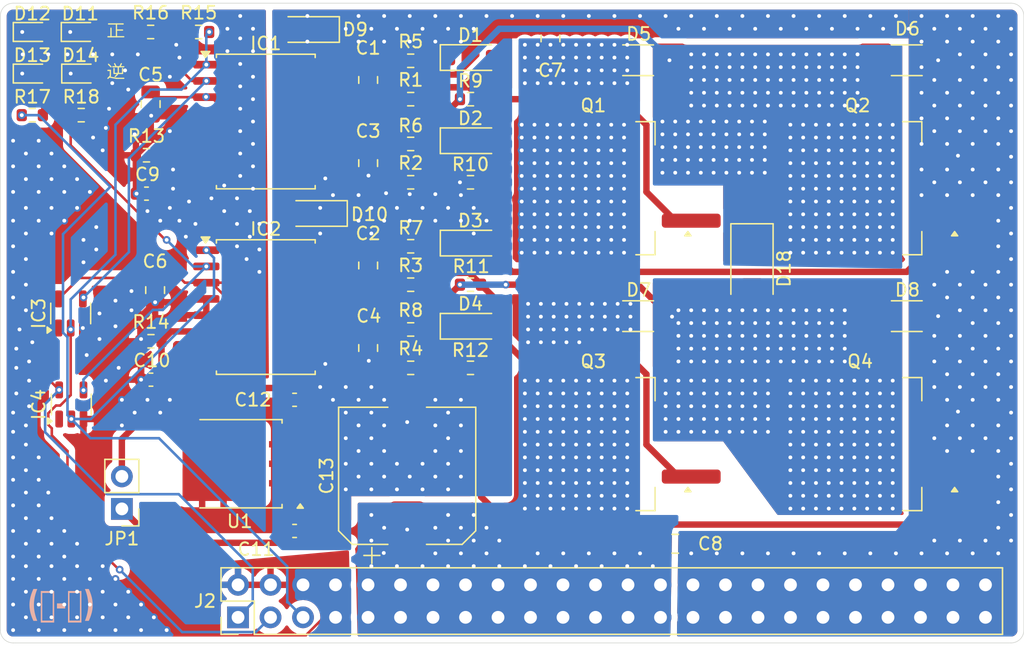
<source format=kicad_pcb>
(kicad_pcb (version 20240108) (generator "pcbnew") (generator_version "8.0")
  (layers (0 "F.Cu" signal) (31 "B.Cu" signal) (34 "B.Paste" user) (35 "F.Paste" user) (36 "B.SilkS" user "B.Silkscreen") (37 "F.SilkS" user "F.Silkscreen") (38 "B.Mask" user) (39 "F.Mask" user) (44 "Edge.Cuts" user))
  (net 0 "")
  (net 1 "/R-OUT")
  (net 2 "Net-(D9-K)")
  (net 3 "/RDT-set")
  (net 5 "GND")
  (net 6 "/LDT-set")
  (net 7 "+BATT")
  (net 8 "+12V")
  (net 9 "GNDPWR")
  (net 10 "Net-(D1-K)")
  (net 12 "Net-(D1-A)")
  (net 13 "Net-(D2-A)")
  (net 14 "Net-(D2-K)")
  (net 16 "Net-(D3-K)")
  (net 17 "Net-(D3-A)")
  (net 18 "Net-(D4-K)")
  (net 19 "Net-(D4-A)")
  (net 20 "/L-OUT")
  (net 21 "Net-(D10-K)")
  (net 22 "Net-(D11-A)")
  (net 23 "Net-(D12-A)")
  (net 24 "Net-(D13-A)")
  (net 25 "Net-(D14-A)")
  (net 26 "/RHi-Out")
  (net 27 "+3.3V")
  (net 28 "/LLo-sig")
  (net 29 "/RHi-sig")
  (net 30 "/LHi-sig")
  (net 33 "/LHi-Out")
  (net 35 "/RLo-Out")
  (net 36 "/LLo-Out")
  (net 37 "/RLo-sig")
  (footprint "LED_SMD:LED_0603_1608Metric" (layer "F.Cu") (at 92.7875 56)
    (property "Reference" "D14")
    (property "Value" "LED" (hide yes))
  )
  (footprint "Resistor_SMD:R_0603_1608Metric" (layer "F.Cu") (at 123.25 64.5 180)
    (property "Reference" "R10")
    (property "Value" "10kΩ" (hide yes))
  )
  (footprint "Capacitor_SMD:C_0805_2012Metric" (layer "F.Cu") (at 115.25 71 -90)
    (property "Reference" "C2")
    (property "Value" "10μF" (hide yes))
  )
  (footprint "Resistor_SMD:R_0603_1608Metric" (layer "F.Cu") (at 98.275 76.925 180)
    (property "Reference" "R14")
    (property "Value" "R" (hide yes))
  )
  (footprint "LED_SMD:LED_0603_1608Metric" (layer "F.Cu") (at 89 56)
    (property "Reference" "D13")
    (property "Value" "LED" (hide yes))
  )
  (footprint "Resistor_SMD:R_MELF_MMB-0207" (layer "F.Cu") (at 157.35 74.96)
    (property "Reference" "D8")
    (property "Value" "D" (hide yes))
  )
  (footprint "Resistor_SMD:R_0603_1608Metric" (layer "F.Cu") (at 123.25 72.5 180)
    (property "Reference" "R11")
    (property "Value" "10kΩ" (hide yes))
  )
  (footprint "Capacitor_SMD:C_0603_1608Metric" (layer "F.Cu") (at 97.925 65.385 180)
    (property "Reference" "C9")
    (property "Value" "2.2nF" (hide yes))
  )
  (footprint "Resistor_SMD:R_0603_1608Metric" (layer "F.Cu") (at 123.25 79 180)
    (property "Reference" "R12")
    (property "Value" "10kΩ" (hide yes))
  )
  (footprint "Capacitor_SMD:C_0805_2012Metric" (layer "F.Cu") (at 139.25 92.75)
    (property "Reference" "C8")
    (property "Value" "10μF" (hide yes))
  )
  (footprint "Resistor_SMD:R_0603_1608Metric" (layer "F.Cu") (at 118.575 61.5)
    (property "Reference" "R6")
    (property "Value" "10Ω" (hide yes))
  )
  (footprint "Package_TO_SOT_SMD:SOT-23-5" (layer "F.Cu") (at 92.05 81.8625 90)
    (property "Reference" "IC4")
    (property "Value" "TC7S14F" (hide yes))
  )
  (footprint "Resistor_SMD:R_0603_1608Metric" (layer "F.Cu") (at 92.825 59.25)
    (property "Reference" "R18")
    (property "Value" "1kΩ" (hide yes))
  )
  (footprint "Resistor_SMD:R_0603_1608Metric" (layer "F.Cu") (at 118.575 76)
    (property "Reference" "R8")
    (property "Value" "10Ω" (hide yes))
  )
  (footprint "Resistor_SMD:R_0603_1608Metric" (layer "F.Cu") (at 123.25 58)
    (property "Reference" "R9")
    (property "Value" "10kΩ" (hide yes))
  )
  (footprint "Resistor_SMD:R_0603_1608Metric" (layer "F.Cu") (at 118.575 69.5)
    (property "Reference" "R7")
    (property "Value" "10Ω" (hide yes))
  )
  (footprint "Capacitor_SMD:C_0805_2012Metric" (layer "F.Cu") (at 98.25 58.385 -90)
    (property "Reference" "C5")
    (property "Value" "10μF" (hide yes))
  )
  (footprint "LED_SMD:LED_0603_1608Metric" (layer "F.Cu") (at 92.75 52.75)
    (property "Reference" "D11")
    (property "Value" "LED" (hide yes))
  )
  (footprint "Resistor_SMD:R_0603_1608Metric" (layer "F.Cu") (at 89 59.25)
    (property "Reference" "R17")
    (property "Value" "1kΩ" (hide yes))
  )
  (footprint "Resistor_SMD:R_0603_1608Metric" (layer "F.Cu") (at 118.575 72.5)
    (property "Reference" "R3")
    (property "Value" "10Ω" (hide yes))
  )
  (footprint "Resistor_SMD:R_0603_1608Metric" (layer "F.Cu") (at 118.575 58)
    (property "Reference" "R1")
    (property "Value" "10Ω" (hide yes))
  )
  (footprint "Capacitor_SMD:C_0805_2012Metric" (layer "F.Cu") (at 115.25 77.45 -90)
    (property "Reference" "C4")
    (property "Value" "C" (hide yes))
  )
  (footprint "Package_TO_SOT_SMD:SOT-23-5" (layer "F.Cu") (at 92 74.75 90)
    (property "Reference" "IC3")
    (property "Value" "TC7S14F" (hide yes))
  )
  (footprint "Diode_SMD:D_SOD-123" (layer "F.Cu") (at 123.25 75.75)
    (property "Reference" "D4")
    (property "Value" "1N4148W" (hide yes))
  )
  (footprint "Capacitor_SMD:C_0805_2012Metric" (layer "F.Cu") (at 115.25 56.5 -90)
    (property "Reference" "C1")
    (property "Value" "10μF" (hide yes))
  )
  (footprint "Capacitor_SMD:C_0603_1608Metric" (layer "F.Cu") (at 109.5 81.5 180)
    (property "Reference" "C12")
    (property "Value" "0.1μF" (hide yes))
  )
  (footprint "Diode_SMD:D_SOD-123" (layer "F.Cu") (at 123.25 69.25)
    (property "Reference" "D3")
    (property "Value" "1N4148W" (hide yes))
  )
  (footprint "Resistor_SMD:R_0603_1608Metric" (layer "F.Cu") (at 98.25 52.75 180)
    (property "Reference" "R16")
    (property "Value" "1kΩ" (hide yes))
  )
  (footprint "Resistor_SMD:R_MELF_MMB-0207" (layer "F.Cu") (at 157.35 54.96)
    (property "Reference" "D6")
    (property "Value" "D" (hide yes))
  )
  (footprint "Connector_PinHeader_2.54mm:PinHeader_2x24_P2.54mm_Vertical" (layer "F.Cu") (at 105.08 98.5 90)
    (property "Reference" "J2")
    (property "Value" "メイン接続端子" (hide yes))
  )
  (footprint "Resistor_SMD:R_0603_1608Metric" (layer "F.Cu") (at 118.575 64.5)
    (property "Reference" "R2")
    (property "Value" "10Ω" (hide yes))
  )
  (footprint "Capacitor_SMD:C_0603_1608Metric" (layer "F.Cu") (at 109.5 91.75 180)
    (property "Reference" "C11")
    (property "Value" "0.33μF" (hide yes))
  )
  (footprint "Resistor_SMD:R_0603_1608Metric" (layer "F.Cu") (at 118.575 55)
    (property "Reference" "R5")
    (property "Value" "10Ω" (hide yes))
  )
  (footprint "Resistor_SMD:R_0603_1608Metric" (layer "F.Cu") (at 97.925 62.385 180)
    (property "Reference" "R13")
    (property "Value" "R" (hide yes))
  )
  (footprint "Package_TO_SOT_SMD:TO-252-2" (layer "F.Cu") (at 105.21 86.4975 180)
    (property "Reference" "U1")
    (property "Value" "L7812" (hide yes))
  )
  (footprint "Package_SO:SOIC-16W_7.5x10.3mm_P1.27mm" (layer "F.Cu") (at 107.25 59.75)
    (property "Reference" "IC1")
    (property "Value" "UCC21542DWR" (hide yes))
  )
  (footprint "Capacitor_SMD:CP_Elec_10x10.5" (layer "F.Cu") (at 118.3 87.44 90)
    (property "Reference" "C13")
    (property "Value" "47μF")
  )
  (footprint "Capacitor_SMD:C_0603_1608Metric" (layer "F.Cu") (at 98.275 79.925 180)
    (property "Reference" "C10")
    (property "Value" "C" (hide yes))
  )
  (footprint "Capacitor_SMD:C_0805_2012Metric" (layer "F.Cu") (at 115.25 63 -90)
    (property "Reference" "C3")
    (property "Value" "C" (hide yes))
  )
  (footprint "Resistor_SMD:R_MELF_MMB-0207" (layer "F.Cu") (at 136.35 54.96)
    (property "Reference" "D5")
    (property "Value" "D" (hide yes))
  )
  (footprint "Diode_SMD:D_SOD-123" (layer "F.Cu") (at 111.2575 66.935 180)
    (property "Reference" "D10")
    (property "Value" "1N4148W" (hide yes))
  )
  (footprint "Capacitor_SMD:C_0805_2012Metric" (layer "F.Cu") (at 129.5 53.25 90)
    (property "Reference" "C7")
    (property "Value" "10μF" (hide yes))
  )
  (footprint "Package_SO:SOIC-16W_7.5x10.3mm_P1.27mm" (layer "F.Cu") (at 107.25 74.25)
    (property "Reference" "IC2")
    (property "Value" "UCC21542DWR" (hide yes))
  )
  (footprint "Resistor_SMD:R_MELF_MMB-0207" (layer "F.Cu") (at 136.35 74.96)
    (property "Reference" "D7")
    (property "Value" "D" (hide yes))
  )
  (footprint "LED_SMD:LED_0603_1608Metric" (layer "F.Cu") (at 89 52.75)
    (property "Reference" "D12")
    (property "Value" "LED" (hide yes))
  )
  (footprint "Diode_SMD:D_SMA" (layer "F.Cu") (at 145.25 71.25 -90)
    (property "Reference" "D18")
    (property "Value" "SMAJ30CA")
  )
  (footprint "Diode_SMD:D_SOD-123" (layer "F.Cu") (at 123.25 54.75)
    (property "Reference" "D1")
    (property "Value" "1N4148W" (hide yes))
  )
  (footprint "Package_TO_SOT_SMD:TO-263-2" (layer "F.Cu") (at 132.85 64.96 180)
    (property "Reference" "Q1")
    (property "Value" "NMOS" (hide yes))
  )
  (footprint "Capacitor_SMD:C_0805_2012Metric" (layer "F.Cu") (at 98.6 72.925 -90)
    (property "Reference" "C6")
    (property "Value" "10μF" (hide yes))
  )
  (footprint "Package_TO_SOT_SMD:TO-263-2" (layer "F.Cu") (at 153.7 84.96 180)
    (property "Reference" "Q4")
    (property "Value" "NMOS" (hide yes))
  )
  (footprint "Resistor_SMD:R_0603_1608Metric" (layer "F.Cu") (at 102 52.75 180)
    (property "Reference" "R15")
    (property "Value" "1kΩ" (hide yes))
  )
  (footprint "Connector_PinHeader_2.54mm:PinHeader_1x02_P2.54mm_Vertical" (layer "F.Cu") (at 96 90.025 180)
    (property "Reference" "JP1")
    (property "Value" "24V⇔12V切り替え" (hide yes))
  )
  (footprint "Package_TO_SOT_SMD:TO-263-2" (layer "F.Cu") (at 153.7 64.96 180)
    (property "Reference" "Q2")
    (property "Value" "NMOS" (hide yes))
  )
  (footprint "Resistor_SMD:R_0603_1608Metric" (layer "F.Cu") (at 118.575 79)
    (property "Reference" "R4")
    (property "Value" "10Ω" (hide yes))
  )
  (footprint "Package_TO_SOT_SMD:TO-263-2" (layer "F.Cu") (at 132.85 84.96 180)
    (property "Reference" "Q3")
    (property "Value" "NMOS" (hide yes))
  )
  (footprint "Diode_SMD:D_SOD-123" (layer "F.Cu") (at 110.64 52.555 180)
    (property "Reference" "D9")
    (property "Value" "1N4148W" (hide yes))
  )
  (footprint "Diode_SMD:D_SOD-123" (layer "F.Cu") (at 123.25 61.25)
    (property "Reference" "D2")
    (property "Value" "1N4148W" (hide yes))
  )
  (gr_arc (start 87.5 100.5) (mid 86.792893 100.207107) (end 86.5 99.5) (stroke (width 0.05)) (layer "Edge.Cuts"))
  (gr_arc (start 166.5 99.5) (mid 166.207107 100.207107) (end 165.5 100.5) (stroke (width 0.05)) (layer "Edge.Cuts"))
  (gr_arc (start 165.5 50.5) (mid 166.207107 50.792893) (end 166.5 51.5) (stroke (width 0.05)) (layer "Edge.Cuts"))
  (gr_line (start 165.5 100.5) (end 87.5 100.5) (stroke (width 0.05)) (layer "Edge.Cuts"))
  (gr_line (start 166.5 51.5) (end 166.5 99.5) (stroke (width 0.05)) (layer "Edge.Cuts"))
  (gr_line (start 87.5 50.5) (end 165.5 50.5) (stroke (width 0.05)) (layer "Edge.Cuts"))
  (gr_line (start 86.5 99.5) (end 86.5 51.5) (stroke (width 0.05)) (layer "Edge.Cuts"))
  (gr_arc (start 86.5 51.5) (mid 86.792893 50.792893) (end 87.5 50.5) (stroke (width 0.05)) (layer "Edge.Cuts"))
  (gr_text "(・-・)" (at 91.25 98.75 0) (layer "B.SilkS") (effects (font (size 2 1.5) (thickness 0.125) (bold yes)) (justify bottom mirror)))
  (gr_text "逆" (at 94.75 56.5 0) (layer "F.SilkS") (effects (font (size 1 1) (thickness 0.1)) (justify left bottom)))
  (gr_text "正" (at 94.75 53.25 0) (layer "F.SilkS") (effects (font (size 1 1) (thickness 0.1)) (justify left bottom)))
  (segment (start 121.5 58.925) (end 116.725 58.925) (width 0.5) (layer "F.Cu") (net 1))
  (segment (start 115.25 57.46) (end 114.85 57.86) (width 0.5) (layer "F.Cu") (net 1))
  (segment (start 115.25 57.45) (end 115.25 57.46) (width 0.5) (layer "F.Cu") (net 1))
  (segment (start 114.85 57.86) (end 114.835 57.845) (width 0.5) (layer "F.Cu") (net 1))
  (segment (start 122.425 58) (end 121.5 58.925) (width 0.5) (layer "F.Cu") (net 1))
  (segment (start 145.25 69.25) (end 145.25 63.75) (width 0.5) (layer "F.Cu") (net 1))
  (segment (start 116.725 58.925) (end 115.25 57.45) (width 0.5) (layer "F.Cu") (net 1))
  (segment (start 114.835 57.845) (end 111.9 57.845) (width 0.5) (layer "F.Cu") (net 1))
  (via (at 152.5 57.5) (size 0.6) (drill 0.3) (layers "F.Cu" "B.Cu") (net 1))
  (via (at 153.5 55.5) (size 0.6) (drill 0.3) (layers "F.Cu" "B.Cu") (net 1))
  (via (at 148.25 61) (size 0.6) (drill 0.3) (layers "F.Cu" "B.Cu") (net 1))
  (via (at 122.425 58) (size 0.5) (drill 0.3) (layers "F.Cu" "B.Cu") (net 1))
  (via (at 152.25 64) (size 0.6) (drill 0.3) (layers "F.Cu" "B.Cu") (net 1))
  (via (at 151.25 67) (size 0.6) (drill 0.3) (layers "F.Cu" "B.Cu") (net 1))
  (via (at 144.25 62.75) (size 0.6) (drill 0.3) (layers "F.Cu" "B.Cu") (net 1))
  (via (at 151.25 68) (size 0.6) (drill 0.3) (layers "F.Cu" "B.Cu") (net 1))
  (via (at 145.5 54.5) (size 0.6) (drill 0.3) (layers "F.Cu" "B.Cu") (net 1))
  (via (at 144.5 54.5) (size 0.6) (drill 0.3) (layers "F.Cu" "B.Cu") (net 1))
  (via (at 153.5 58.5) (size 0.6) (drill 0.3) (layers "F.Cu" "B.Cu") (net 1))
  (via (at 156.25 61) (size 0.6) (drill 0.3) (layers "F.Cu" "B.Cu") (net 1))
  (via (at 141.25 59.75) (size 0.6) (drill 0.3) (layers "F.Cu" "B.Cu") (net 1))
  (via (at 154.25 68) (size 0.6) (drill 0.3) (layers "F.Cu" "B.Cu") (net 1))
  (via (at 146.5 57.5) (size 0.6) (drill 0.3) (layers "F.Cu" "B.Cu") (net 1))
  (via (at 147.5 58.5) (size 0.6) (drill 0.3) (layers "F.Cu" "B.Cu") (net 1))
  (via (at 143.25 63.75) (size 0.6) (drill 0.3) (layers "F.Cu" "B.Cu") (net 1))
  (via (at 155.25 63) (size 0.6) (drill 0.3) (layers "F.Cu" "B.Cu") (net 1))
  (via (at 143.25 61.75) (size 0.6) (drill 0.3) (layers "F.Cu" "B.Cu") (net 1))
  (via (at 150.25 64) (size 0.6) (drill 0.3) (layers "F.Cu" "B.Cu") (net 1))
  (via (at 148.5 55.5) (size 0.6) (drill 0.3) (layers "F.Cu" "B.Cu") (net 1))
  (via (at 154.25 61) (size 0.6) (drill 0.3) (layers "F.Cu" "B.Cu") (net 1))
  (via (at 151.25 63) (size 0.6) (drill 0.3) (layers "F.Cu" "B.Cu") (net 1))
  (via (at 152.25 62) (size 0.6) (drill 0.3) (layers "F.Cu" "B.Cu") (net 1))
  (via (at 147.5 57.5) (size 0.6) (drill 0.3) (layers "F.Cu" "B.Cu") (net 1))
  (via (at 152.5 56.5) (size 0.6) (drill 0.3) (layers "F.Cu" "B.Cu") (net 1))
  (via (at 144.5 55.5) (size 0.6) (drill 0.3) (layers "F.Cu" "B.Cu") (net 1))
  (via (at 153.5 54.5) (size 0.6) (drill 0.3) (layers "F.Cu" "B.Cu") (net 1))
  (via (at 139.25 60.75) (size 0.6) (drill 0.3) (layers "F.Cu" "B.Cu") (net 1))
  (via (at 156.25 60) (size 0.6) (drill 0.3) (layers "F.Cu" "B.Cu") (net 1))
  (via (at 154.25 67) (size 0.6) (drill 0.3) (layers "F.Cu" "B.Cu") (net 1))
  (via (at 143.5 55.5) (size 0.6) (drill 0.3) (layers "F.Cu" "B.Cu") (net 1))
  (via (at 140.5 55.5) (size 0.6) (drill 0.3) (layers "F.Cu" "B.Cu") (net 1))
  (via (at 152.25 69) (size 0.6) (drill 0.3) (layers "F.Cu" "B.Cu") (net 1))
  (via (at 150.25 66) (size 0.6) (drill 0.3) (layers "F.Cu" "B.Cu") (net 1))
  (via (at 154.25 65) (size 0.6) (drill 0.3) (layers "F.Cu" "B.Cu") (net 1))
  (via (at 146.25 62.75) (size 0.6) (drill 0.3) (layers "F.Cu" "B.Cu") (net 1))
  (via (at 144.25 59.75) (size 0.6) (drill 0.3) (layers "F.Cu" "B.Cu") (net 1))
  (via (at 148.25 66) (size 0.6) (drill 0.3) (layers "F.Cu" "B.Cu") (net 1))
  (via (at 151.5 57.5) (size 0.6) (drill 0.3) (layers "F.Cu" "B.Cu") (net 1))
  (via (at 142.5 54.5) (size 0.6) (drill 0.3) (layers "F.Cu" "B.Cu") (net 1))
  (via (at 156.25 63) (size 0.6) (drill 0.3) (layers "F.Cu" "B.Cu") (net 1))
  (via (at 146.25 63.75) (size 0.6) (drill 0.3) (layers "F.Cu" "B.Cu") (net 1))
  (via (at 152.25 65) (size 0.6) (drill 0.3) (layers "F.Cu" "B.Cu") (net 1))
  (via (at 156.25 62) (size 0.6) (drill 0.3) (layers "F.Cu" "B.Cu") (net 1))
  (via (at 148.25 64) (size 0.6) (drill 0.3) (layers "F.Cu" "B.Cu") (net 1))
  (via (at 155.25 65) (size 0.6) (drill 0.3) (layers "F.Cu" "B.Cu") (net 1))
  (via (at 142.25 60.75) (size 0.6) (drill 0.3) (layers "F.Cu" "B.Cu") (net 1))
  (via (at 138.8 54.96) (size 0.5) (drill 0.3) (layers "F.Cu" "B.Cu") (net 1))
  (via (at 148.5 58.5) (size 0.6) (drill 0.3) (layers "F.Cu" "B.Cu") (net 1))
  (via (at 153.25 61) (size 0.6) (drill 0.3) (layers "F.Cu" "B.Cu") (net 1))
  (via (at 142.5 58.5) (size 0.6) (drill 0.3) (layers "F.Cu" "B.Cu") (net 1))
  (via (at 150.25 70) (size 0.6) (drill 0.3) (layers "F.Cu" "B.Cu") (net 1))
  (via (at 145.5 56.5) (size 0.6) (drill 0.3) (layers "F.Cu" "B.Cu") (net 1))
  (via (at 149.25 62) (size 0.6) (drill 0.3) (layers "F.Cu" "B.Cu") (net 1))
  (via (at 152.5 58.5) (size 0.6) (drill 0.3) (layers "F.Cu" "B.Cu") (net 1))
  (via (at 149.5 56.5) (size 0.6) (drill 0.3) (layers "F.Cu" "B.Cu") (net 1))
  (via (at 146.5 55.5) (size 0.6) (drill 0.3) (layers "F.Cu" "B.Cu") (net 1))
  (via (at 149.25 61) (size 0.6) (drill 0.3) (layers "F.Cu" "B.Cu") (net 1))
  (via (at 149.5 57.5) (size 0.6) (drill 0.3) (layers "F.Cu" "B.Cu") (net 1))
  (via (at 140.25 63.75) (size 0.6) (drill 0.3) (layers "F.Cu" "B.Cu") (net 1))
  (via (at 147.5 56.5) (size 0.6) (drill 0.3) (layers "F.Cu" "B.Cu") (net 1))
  (via (at 148.25 69) (size 0.6) (drill 0.3) (layers "F.Cu" "B.Cu") (net 1))
  (via (at 151.5 58.5) (size 0.6) (drill 0.3) (layers "F.Cu" "B.Cu") (net 1))
  (via (at 144.5 58.5) (size 0.6) (drill 0.3) (layers "F.Cu" "B.Cu") (net 1))
  (via (at 140.5 56.5) (size 0.6) (drill 0.3) (layers "F.Cu" "B.Cu") (net 1))
  (via (at 141.25 60.75) (size 0.6) (drill 0.3) (layers "F.Cu" "B.Cu") (net 1))
  (via (at 148.5 57.5) (size 0.6) (drill 0.3) (layers "F.Cu" "B.Cu") (net 1))
  (via (at 149.25 69) (size 0.6) (drill 0.3) (layers "F.Cu" "B.Cu") (net 1))
  (via (at 150.25 67) (size 0.6) (drill 0.3) (layers "F.Cu" "B.Cu") (net 1))
  (via (at 144.25 60.75) (size 0.6) (drill 0.3) (layers "F.Cu" "B.Cu") (net 1))
  (via (at 139.25 63.75) (size 0.6) (drill 0.3) (layers "F.Cu" "B.Cu") (net 1))
  (via (at 150.5 55.5) (size 0.6) (drill 0.3) (layers "F.Cu" "B.Cu") (net 1))
  (via (at 141.25 62.75) (size 0.6) (drill 0.3) (layers "F.Cu" "B.Cu") (net 1))
  (via (at 152.5 54.5) (size 0.6) (drill 0.3) (layers "F.Cu" "B.Cu") (net 1))
  (via (at 143.5 56.5) (size 0.6) (drill 0.3) (layers "F.Cu" "B.Cu") (net 1))
  (via (at 148.25 67) (size 0.6) (drill 0.3) (layers "F.Cu" "B.Cu") (net 1))
  (via (at 144.25 63.75) (size 0.6) (drill 0.3) (layers "F.Cu" "B.Cu") (net 1))
  (via (at 140.25 62.75) (size 0.6) (drill 0.3) (layers "F.Cu" "B.Cu") (net 1))
  (via (at 146.5 56.5) (size 0.6) (drill 0.3) (layers "F.Cu" "B.Cu") (net 1))
  (via (at 150.25 62) (size 0.6) (drill 0.3) (layers "F.Cu" "B.Cu") (net 1))
  (via (at 149.25 70) (size 0.6) (drill 0.3) (layers "F.Cu" "B.Cu") (net 1))
  (via (at 151.25 64) (size 0.6) (drill 0.3) (layers "F.Cu" "B.Cu") (net 1))
  (via (at 154.25 66) (size 0.6) (drill 0.3) (layers "F.Cu" "B.Cu") (net 1))
  (via (at 152.25 63) (size 0.6) (drill 0.3) (layers "F.Cu" "B.Cu") (net 1))
  (via (at 143.5 58.5) (size 0.6) (drill 0.3) (layers "F.Cu" "B.Cu") (net 1))
  (via (at 148.25 60) (size 0.6) (drill 0.3) (layers "F.Cu" "B.Cu") (net 1))
  (via (at 148.25 63) (size 0.6) (drill 0.3) (layers "F.Cu" "B.Cu") (net 1))
  (via (at 138.25 62.75) (size 0.6) (drill 0.3) (layers "F.Cu" "B.Cu") (net 1))
  (via (at 145.5 57.5) (size 0.6) (drill 0.3) (layers "F.Cu" "B.Cu") (net 1))
  (via (at 141.5 54.5) (size 0.6) (drill 0.3) (layers "F.Cu" "B.Cu") (net 1))
  (via (at 153.25 64) (size 0.6) (drill 0.3) (layers "F.Cu" "B.Cu") (net 1))
  (via (at 147.5 54.5) (size 0.6) (drill 0.3) (layers "F.Cu" "B.Cu") (net 1))
  (via (at 150.25 65) (size 0.6) (drill 0.3) (layers "F.Cu" "B.Cu") (net 1))
  (via (at 148.25 65) (size 0.6) (drill 0.3) (layers "F.Cu" "B.Cu") (net 1))
  (via (at 151.25 60) (size 0.6) (drill 0.3) (layers "F.Cu" "B.Cu") (net 1))
  (via (at 156.25 68) (size 0.6) (drill 0.3) (layers "F.Cu" "B.Cu") (net 1))
  (via (at 156.25 65) (size 0.6) (drill 0.3) (layers "F.Cu" "B.Cu") (net 1))
  (via (at 145.5 55.5) (size 0.6) (drill 0.3) (layers "F.Cu" "B.Cu") (net 1))
  (via (at 152.25 66) (size 0.6) (drill 0.3) (layers "F.Cu" "B.Cu") (net 1))
  (via (at 152.25 68) (size 0.6) (drill 0.3) (layers "F.Cu" "B.Cu") (net 1))
  (via (at 155.25 61) (size 0.6) (drill 0.3) (layers "F.Cu" "B.Cu") (net 1))
  (via (at 150.5 54.5) (size 0.6) (drill 0.3) (layers "F.Cu" "B.Cu") (net 1))
  (via (at 142.25 63.75) (size 0.6) (drill 0.3) (layers "F.Cu" "B.Cu") (net 1))
  (via (at 150.25 68) (size 0.6) (drill 0.3) (layers "F.Cu" "B.Cu") (net 1))
  (via (at 142.5 55.5) (size 0.6) (drill 0.3) (layers "F.Cu" "B.Cu") (net 1))
  (via (at 151.5 56.5) (size 0.6) (drill 0.3) (layers "F.Cu" "B.Cu") (net 1))
  (via (at 155.25 64) (size 0.6) (drill 0.3) (layers "F.Cu" "B.Cu") (net 1))
  (via (at 142.25 59.75) (size 0.6) (drill 0.3) (layers "F.Cu" "B.Cu") (net 1))
  (via (at 149.25 67) (size 0.6) (drill 0.3) (layers "F.Cu" "B.Cu") (net 1))
  (via (at 140.5 57.5) (size 0.6) (drill 0.3) (layers "F.Cu" "B.Cu") (net 1))
  (via (at 149.5 58.5) (size 0.6) (drill 0.3) (layers "F.Cu" "B.Cu") (net 1))
  (via (at 156.25 64) (size 0.6) (drill 0.3) (layers "F.Cu" "B.Cu") (net 1))
  (via (at 152.25 60) (size 0.6) (drill 0.3) (layers "F.Cu" "B.Cu") (net 1))
  (via (at 145.25 60.75) (size 0.6) (drill 0.3) (layers "F.Cu" "B.Cu") (net 1))
  (via (at 153.25 66) (size 0.6) (drill 0.3) (layers "F.Cu" "B.Cu") (net 1))
  (via (at 143.25 62.75) (size 0.6) (drill 0.3) (layers "F.Cu" "B.Cu") (net 1))
  (via (at 155.25 60) (size 0.6) (drill 0.3) (layers "F.Cu" "B.Cu") (net 1))
  (via (at 150.25 63) (size 0.6) (drill 0.3) (layers "F.Cu" "B.Cu") (net 1))
  (via (at 138.25 59.75) (size 0.6) (drill 0.3) (layers "F.Cu" "B.Cu") (net 1))
  (via (at 138.25 60.75) (size 0.6) (drill 0.3) (layers "F.Cu" "B.Cu") (net 1))
  (via (at 145.25 61.75) (size 0.6) (drill 0.3) (layers "F.Cu" "B.Cu") (net 1))
  (via (at 154.25 63) (size 0.6) (drill 0.3) (layers "F.Cu" "B.Cu") (net 1))
  (via (at 151.25 66) (size 0.6) (drill 0.3) (layers "F.Cu" "B.Cu") (net 1))
  (via (at 141.5 57.5) (size 0.6) (drill 0.3) (layers "F.Cu" "B.Cu") (net 1))
  (via (at 153.25 65) (size 0.6) (drill 0.3) (layers "F.Cu" "B.Cu") (net 1))
  (via (at 154.25 70) (size 0.6) (drill 0.3) (layers "F.Cu" "B.Cu") (net 1))
  (via (at 156.25 66) (size 0.6) (drill 0.3) (layers "F.Cu" "B.Cu") (net 1))
  (via (at 145.25 63.75) (size 0.6) (drill 0.3) (layers "F.Cu" "B.Cu") (net 1))
  (via (at 138.25 63.75) (size 0.6) (drill 0.3) (layers "F.Cu" "B.Cu") (net 1))
  (via (at 146.25 59.75) (size 0.6) (drill 0.3) (layers "F.Cu" "B.Cu") (net 1))
  (via (at 138.25 61.75) (size 0.6) (drill 0.3) (layers "F.Cu" "B.Cu") (net 1))
  (via (at 156.25 70) (size 0.6) (drill 0.3) (layers "F.Cu" "B.Cu") (net 1))
  (via (at 149.25 65) (size 0.6) (drill 0.3) (layers "F.Cu" "B.Cu") (net 1))
  (via (at 149.25 68) (size 0.6) (drill 0.3) (layers "F.Cu" "B.Cu") (net 1))
  (via (at 148.25 70) (size 0.6) (drill 0.3) (layers "F.Cu" "B.Cu") (net 1))
  (via (at 153.25 69) (size 0.6) (drill 0.3) (layers "F.Cu" "B.Cu") (net 1))
  (via (at 149.25 64) (size 0.6) (drill 0.3) (layers "F.Cu" "B.Cu") (net 1))
  (via (at 150.5 58.5) (size 0.6) (drill 0.3) (layers "F.Cu" "B.Cu") (net 1))
  (via (at 155.25 66) (size 0.6) (drill 0.3) (layers "F.Cu" "B.Cu") (net 1))
  (via (at 153.25 68) (size 0.6) (drill 0.3) (layers "F.Cu" "B.Cu") (net 1))
  (via (at 145.25 59.75) (size 0.6) (drill 0.3) (layers "F.Cu" "B.Cu") (net 1))
  (via (at 140.25 59.75) (size 0.6) (drill 0.3) (layers "F.Cu" "B.Cu") (net 1))
  (via (at 155.25 67) (size 0.6) (drill 0.3) (layers "F.Cu" "B.Cu") (net 1))
  (via (at 141.5 58.5) (size 0.6) (drill 0.3) (layers "F.Cu" "B.Cu") (net 1))
  (via (at 152.25 70) (size 0.6) (drill 0.3) (layers "F.Cu" "B.Cu") (net 1))
  (via (at 153.25 60) (size 0.6) (drill 0.3) (layers "F.Cu" "B.Cu") (net 1))
  (via (at 145.25 62.75) (size 0.6) (drill 0.3) (layers "F.Cu" "B.Cu") (net 1))
  (via (at 151.25 70) (size 0.6) (drill 0.3) (layers "F.Cu" "B.Cu") (net 1))
  (via (at 151.25 62) (size 0.6) (drill 0.3) (layers "F.Cu" "B.Cu") (net 1))
  (via (at 153.5 56.5) (size 0.6) (drill 0.3) (layers "F.Cu" "B.Cu") (net 1))
  (via (at 151.5 55.5) (size 0.6) (drill 0.3) (layers "F.Cu" "B.Cu") (net 1))
  (via (at 148.5 54.5) (size 0.6) (drill 0.3) (layers "F.Cu" "B.Cu") (net 1))
  (via (at 150.25 69) (size 0.6) (drill 0.3) (layers "F.Cu" "B.Cu") (net 1))
  (via (at 153.25 67) (size 0.6) (drill 0.3) (layers "F.Cu" "B.Cu") (net 1))
  (via (at 153.5 57.5) (size 0.6) (drill 0.3) (layers "F.Cu" "B.Cu") (net 1))
  (via (at 143.5 57.5) (size 0.6) (drill 0.3) (layers "F.Cu" "B.Cu") (net 1))
  (via (at 140.25 61.75) (size 0.6) (drill 0.3) (layers "F.Cu" "B.Cu") (net 1))
  (via (at 151.25 69) (size 0.6) (drill 0.3) (layers "F.Cu" "B.Cu") (net 1))
  (via (at 142.5 56.5) (size 0.6) (drill 0.3) (layers "F.Cu" "B.Cu") (net 1))
  (via (at 142.25 61.75) (size 0.6) (drill 0.3) (layers "F.Cu" "B.Cu") (net 1))
  (via (at 146.25 60.75) (size 0.6) (drill 0.3) (layers "F.Cu" "B.Cu") (net 1))
  (via (at 148.5 56.5) (size 0.6) (drill 0.3) (layers "F.Cu" "B.Cu") (net 1))
  (via (at 150.25 61) (size 0.6) (drill 0.3) (layers "F.Cu" "B.Cu") (net 1))
  (via (at 148.25 62) (size 0.6) (drill 0.3) (layers "F.Cu" "B.Cu") (net 1))
  (via (at 155.25 62) (size 0.6) (drill 0.3) (layers "F.Cu" "B.Cu") (net 1))
  (via (at 146.5 58.5) (size 0.6) (drill 0.3) (layers "F.Cu" "B.Cu") (net 1))
  (via (at 139.25 62.75) (size 0.6) (drill 0.3) (layers "F.Cu" "B.Cu") (net 1))
  (via (at 141.5 55.5) (size 0.6) (drill 0.3) (layers "F.Cu" "B.Cu") (net 1))
  (via (at 139.25 61.75) (size 0.6) (drill 0.3) (layers "F.Cu" "B.Cu") (net 1))
  (via (at 155.25 69) (size 0.6) (drill 0.3) (layers "F.Cu" "B.Cu") (net 1))
  (via (at 154.25 62) (size 0.6) (drill 0.3) (layers "F.Cu" "B.Cu") (net 1))
  (via (at 150.5 57.5) (size 0.6) (drill 0.3) (layers "F.Cu" "B.Cu") (net 1))
  (via (at 143.5 54.5) (size 0.6) (drill 0.3) (layers "F.Cu" "B.Cu") (net 1))
  (via (at 152.5 55.5) (size 0.6) (drill 0.3) (layers "F.Cu" "B.Cu") (net 1))
  (via (at 153.25 63) (size 0.6) (drill 0.3) (layers "F.Cu" "B.Cu") (net 1))
  (via (at 150.25 60) (size 0.6) (drill 0.3) (layers "F.Cu" "B.Cu") (net 1))
  (via (at 148.25 68) (size 0.6) (drill 0.3) (layers "F.Cu" "B.Cu") (net 1))
  (via (at 144.25 61.75) (size 0.6) (drill 0.3) (layers "F.Cu" "B.Cu") (net 1))
  (via (at 141.25 63.75) (size 0.6) (drill 0.3) (layers "F.Cu" "B.Cu") (net 1))
  (via (at 151.25 61) (size 0.6) (drill 0.3) (layers "F.Cu" "B.Cu") (net 1))
  (via (at 149.25 63) (size 0.6) (drill 0.3) (layers "F.Cu" "B.Cu") (net 1))
  (via (at 156.25 69) (size 0.6) (drill 0.3) (layers "F.Cu" "B.Cu") (net 1))
  (via (at 146.5 54.5) (size 0.6) (drill 0.3) (layers "F.Cu" "B.Cu") (net 1))
  (via (at 142.5 57.5) (size 0.6) (drill 0.3) (layers "F.Cu" "B.Cu") (net 1))
  (via (at 155.25 68) (size 0.6) (drill 0.3) (layers "F.Cu" "B.Cu") (net 1))
  (via (at 154.25 64) (size 0.6) (drill 0.3) (layers "F.Cu" "B.Cu") (net 1))
  (via (at 149.25 60) (size 0.6) (drill 0.3) (layers "F.Cu" "B.Cu") (net 1))
  (via (at 155.25 70) (size 0.6) (drill 0.3) (layers "F.Cu" "B.Cu") (net 1))
  (via (at 149.5 55.5) (size 0.6) (drill 0.3) (layers "F.Cu" "B.Cu") (net 1))
  (via (at 145.5 58.5) (size 0.6) (drill 0.3) (layers "F.Cu" "B.Cu") (net 1))
  (via (at 144.5 56.5) (size 0.6) (drill 0.3) (layers "F.Cu" "B.Cu") (net 1))
  (via (at 154.25 69) (size 0.6) (drill 0.3) (layers "F.Cu" "B.Cu") (net 1))
  (via (at 156.25 67) (size 0.6) (drill 0.3) (layers "F.Cu" "B.Cu") (net 1))
  (via (at 144.5 57.5) (size 0.6) (drill 0.3) (layers "F.Cu" "B.Cu") (net 1))
  (via (at 149.25 66) (size 0.6) (drill 0.3) (layers "F.Cu" "B.Cu") (net 1))
  (via (at 141.25 61.75) (size 0.6) (drill 0.3) (layers "F.Cu" "B.Cu") (net 1))
  (via (at 154.25 60) (size 0.6) (drill 0.3) (layers "F.Cu" "B.Cu") (net 1))
  (via (at 152.25 61) (size 0.6) (drill 0.3) (layers "F.Cu" "B.Cu") (net 1))
  (via (at 153.25 70) (size 0.6) (drill 0.3) (layers "F.Cu" "B.Cu") (net 1))
  (via (at 142.25 62.75) (size 0.6) (drill 0.3) (layers "F.Cu" "B.Cu") (net 1))
  (via (at 139.25 59.75) (size 0.6) (drill 0.3) (layers "F.Cu" "B.Cu") (net 1))
  (via (at 143.25 59.75) (size 0.6) (drill 0.3) (layers "F.Cu" "B.Cu") (net 1))
  (via (at 146.25 61.75) (size 0.6) (drill 0.3) (layers "F.Cu" "B.Cu") (net 1))
  (via (at 150.5 56.5) (size 0.6) (drill 0.3) (layers "F.Cu" "B.Cu") (net 1))
  (via (at 143.25 60.75) (size 0.6) (drill 0.3) (layers "F.Cu" "B.Cu") (net 1))
  (via (at 140.25 60.75) (size 0.6) (drill 0.3) (layers "F.Cu" "B.Cu") (net 1))
  (via (at 152.25 67) (size 0.6) (drill 0.3) (layers "F.Cu" "B.Cu") (net 1))
  (via (at 153.25 62) (size 0.6) (drill 0.3) (layers "F.Cu" "B.Cu") (net 1))
  (via (at 140.5 58.5) (size 0.6) (drill 0.3) (layers "F.Cu" "B.Cu") (net 1))
  (via (at 141.5 56.5) (size 0.6) (drill 0.3) (layers "F.Cu" "B.Cu") (net 1))
  (via (at 151.5 54.5) (size 0.6) (drill 0.3) (layers "F.Cu" "B.Cu") (net 1))
  (via (at 149.5 54.5) (size 0.6) (drill 0.3) (layers "F.Cu" "B.Cu") (net 1))
  (via (at 147.5 55.5) (size 0.6) (drill 0.3) (layers "F.Cu" "B.Cu") (net 1))
  (via (at 140.5 54.5) (size 0.6) (drill 0.3) (layers "F.Cu" "B.Cu") (net 1))
  (via (at 151.25 65) (size 0.6) (drill 0.3) (layers "F.Cu" "B.Cu") (net 1))
  (segment (start 125.5 52.5) (end 122.425 55.575) (width 0.5) (layer "B.Cu") (net 1))
  (segment (start 138.8 54.96) (end 136.34 52.5) (width 0.5) (layer "B.Cu") (net 1))
  (segment (start 122.425 55.575) (end 122.425 58) (width 0.5) (layer "B.Cu") (net 1))
  (segment (start 136.34 52.5) (end 125.5 52.5) (width 0.5) (layer "B.Cu") (net 1))
  (segment (start 111.9 55.305) (end 111.9 52.945) (width 0.5) (layer "F.Cu") (net 2))
  (segment (start 111.9 55.305) (end 115.005 55.305) (width 0.5) (layer "F.Cu") (net 2))
  (segment (start 111.9 52.945) (end 112.29 52.555) (width 0.5) (layer "F.Cu") (net 2))
  (segment (start 115.005 55.305) (end 115.25 55.55) (width 0.5) (layer "F.Cu") (net 2))
  (segment (start 99.48 61.655) (end 102.6 61.655) (width 0.5) (layer "F.Cu") (net 3))
  (segment (start 98.7 62.435) (end 98.75 62.385) (width 0.5) (layer "F.Cu") (net 3))
  (segment (start 98.7 65.385) (end 98.7 62.435) (width 0.5) (layer "F.Cu") (net 3))
  (segment (start 98.75 62.385) (end 99.48 61.655) (width 0.5) (layer "F.Cu") (net 3))
  (segment (start 98.25 59.335) (end 98.25 61.235) (width 0.5) (layer "F.Cu") (net 5))
  (segment (start 112.7 97.586346) (end 110.386346 99.9) (width 0.2) (layer "F.Cu") (net 5))
  (segment (start 99.9 99.9) (end 99.5 99.5) (width 0.2) (layer "F.Cu") (net 5))
  (segment (start 97.1 65.335) (end 97.15 65.385) (width 0.5) (layer "F.Cu") (net 5))
  (segment (start 97.5 74.975) (end 97.5 76.75) (width 0.5) (layer "F.Cu") (net 5))
  (segment (start 110.386346 99.9) (end 99.9 99.9) (width 0.2) (layer "F.Cu") (net 5))
  (segment (start 98.2925 59.2925) (end 98.25 59.335) (width 0.5) (layer "F.Cu") (net 5))
  (segment (start 97.1 62.385) (end 97.1 65.335) (width 0.5) (layer "F.Cu") (net 5))
  (segment (start 102.6 59.115) (end 98.47 59.115) (width 0.5) (layer "F.Cu") (net 5))
  (segment (start 112.7 95.96) (end 112.7 97.586346) (width 0.2) (layer "F.Cu") (net 5))
  (segment (start 97.5 76.75) (end 97.5 79.925) (width 0.5) (layer "F.Cu") (net 5))
  (segment (start 98.25 61.235) (end 97.1 62.385) (width 0.5) (layer "F.Cu") (net 5))
  (segment (start 98.47 59.115) (end 98.2925 59.2925) (width 0.5) (layer "F.Cu") (net 5))
  (segment (start 98.6 73.875) (end 97.5 74.975) (width 0.5) (layer "F.Cu") (net 5))
  (via (at 89 77) (size 0.6) (drill 0.3) (layers "F.Cu" "B.Cu") (net 5))
  (via (at 96.75 73) (size 0.6) (drill 0.3) (layers "F.Cu" "B.Cu") (net 5))
  (via (at 87.5 61.25) (size 0.6) (drill 0.3) (layers "F.Cu" "B.Cu") (net 5))
  (via (at 106.25 54.25) (size 0.6) (drill 0.3) (layers "F.Cu" "B.Cu") (net 5))
  (via (at 98.2925 59.2925) (size 0.6) (drill 0.3) (layers "F.Cu" "B.Cu") (net 5))
  (via (at 88.5 96.5) (size 0.6) (drill 0.3) (layers "F.Cu" "B.Cu") (net 5))
  (via (at 100.5 54.75) (size 0.6) (drill 0.3) (layers "F.Cu" "B.Cu") (net 5))
  (via (at 105.25 58.75) (size 0.6) (drill 0.3) (layers "F.Cu" "B.Cu") (net 5))
  (via (at 89.5 99.5) (size 0.6) (drill 0.3) (layers "F.Cu" "B.Cu") (net 5))
  (via (at 99.75 81.5) (size 0.6) (drill 0.3) (layers "F.Cu" "B.Cu") (net 5))
  (via (at 91.75 54.5) (size 0.6) (drill 0.3) (layers "F.Cu" "B.Cu") (net 5))
  (via (at 105 65.75) (size 0.6) (drill 0.3) (layers "F.Cu" "B.Cu") (net 5))
  (via (at 88.5 68.5) (size 0.6) (drill 0.3) (layers "F.Cu" "B.Cu") (net 5))
  (via (at 87.5 73.5) (size 0.6) (drill 0.3) (layers "F.Cu" "B.Cu") (net 5))
  (via (at 87.5 67.5) (size 0.6) (drill 0.3) (layers "F.Cu" "B.Cu") (net 5))
  (via (at 100.25 53.75) (size 0.6) (drill 0.3) (layers "F.Cu" "B.Cu") (net 5))
  (via (at 99.5 99.5) (size 0.6) (drill 0.3) (layers "F.Cu" "B.Cu") (net 5))
  (via (at 90.5 64.25) (size 0.6) (drill 0.3) (layers "F.Cu" "B.Cu") (net 5))
  (via (at 88.5 98.5) (size 0.6) (drill 0.3) (layers "F.Cu" "B.Cu") (net 5))
  (via (at 96.5 98.5) (size 0.6) (drill 0.3) (layers "F.Cu" "B.Cu") (net 5))
  (via (at 91.5 93.75) (size 0.6) (drill 0.3) (layers "F.Cu" "B.Cu") (net 5))
  (via (at 87.5 95.5) (size 0.6) (drill 0.3) (layers "F.Cu" "B.Cu") (net 5))
  (via (at 93.25 78) (size 0.6) (drill 0.3) (layers "F.Cu" "B.Cu") (net 5))
  (via (at 94.5 62) (size 0.6) (drill 0.3) (layers "F.Cu" "B.Cu") (net 5))
  (via (at 100 63.5) (size 0.6) (drill 0.3) (layers "F.Cu" "B.Cu") (net 5))
  (via (at 106.25 52.5) (size 0.6) (drill 0.3) (layers "F.Cu" "B.Cu") (net 5))
  (via (at 95.5 99.5) (size 0.6) (drill 0.3) (layers "F.Cu" "B.Cu") (net 5))
  (via (at 94 68) (size 0.6) (drill 0.3) (layers "F.Cu" "B.Cu") (net 5))
  (via (at 87.5 71.5) (size 0.6) (drill 0.3) (layers "F.Cu" "B.Cu") (net 5))
  (via (at 87.5 89.75) (size 0.6) (drill 0.3) (layers "F.Cu" "B.Cu") (net 5))
  (via (at 89.5 86) (size 0.6) (drill 0.3) (layers "F.Cu" "B.Cu") (net 5))
  (via (at 92.95 75.8875) (size 0.6) (drill 0.3) (layers "F.Cu" "B.Cu") (net 5))
  (via (at 106.25 63.25) (size 0.6) (drill 0.3) (layers "F.Cu" "B.Cu") (net 5))
  (via (at 103 65.75) (size 0.6) (drill 0.3) (layers "F.Cu" "B.Cu") (net 5))
  (via (at 106.25 56.25) (size 0.6) (drill 0.3) (layers "F.Cu" "B.Cu") (net 5))
  (via (at 91.5 95.5) (size 0.6) (drill 0.3) (layers "F.Cu" "B.Cu") (net 5))
  (via (at 88.2125 52.75) (size 0.6) (drill 0.3) (layers "F.Cu" "B.Cu") (net 5))
  (via (at 105 69.5) (size 0.6) (drill 0.3) (layers "F.Cu" "B.Cu") (net 5))
  (via (at 88.75 78.5) (size 0.6) (drill 0.3) (layers "F.Cu" "B.Cu") (net 5))
  (via (at 89.5 63.25) (size 0.6) (drill 0.3) (layers "F.Cu" "B.Cu") (net 5))
  (via (at 88 76) (size 0.6) (drill 0.3) (layers "F.Cu" "B.Cu") (net 5))
  (via (at 90.5 98.5) (size 0.6) (drill 0.3) (layers "F.Cu" "B.Cu") (net 5))
  (via (at 95.5 75.75) (size 0.6) (drill 0.3) (layers "F.Cu" "B.Cu") (net 5))
  (via (at 94.5 94.5) (size 0.6) (drill 0.3) (layers "F.Cu" "B.Cu") (net 5))
  (via (at 105.25 62.25) (size 0.6) (drill 0.3) (layers "F.Cu" "B.Cu") (net 5))
  (via (at 97.5 99.5) (size 0.6) (drill 0.3) (layers "F.Cu" "B.Cu") (net 5))
  (via (at 97.25 54.5) (size 0.6) (drill 0.3) (layers "F.Cu" "B.Cu") (net 5))
  (via (at 88.5 83.5) (size 0.6) (drill 0.3) (layers "F.Cu" "B.Cu") (net 5))
  (via (at 91.5 99.5) (size 0.6) (drill 0.3) (layers "F.Cu" "B.Cu") (net 5))
  (via (at 96 81.5) (size 0.6) (drill 0.3) (layers "F.Cu" "B.Cu") (net 5))
  (via (at 89.5 65.25) (size 0.6) (drill 0.3) (layers "F.Cu" "B.Cu") (net 5))
  (via (at 88.5 85) (size 0.6) (drill 0.3) (layers "F.Cu" "B.Cu") (net 5))
  (via (at 95.5 95.5) (size 0.6) (drill 0.3) (layers "F.Cu" "B.Cu") (net 5))
  (via (at 94 69.75) (size 0.6) (drill 0.3) (layers "F.Cu" "B.Cu") (net 5))
  (via (at 95 58.75) (size 0.6) (drill 0.3) (layers "F.Cu" "B.Cu") (net 5))
  (via (at 99 67.5) (size 0.6) (drill 0.3) (layers "F.Cu" "B.Cu") (net 5))
  (via (at 92.5 92.75) (size 0.6) (drill 0.3) (layers "F.Cu" "B.Cu") (net 5))
  (via (at 100 65) (size 0.6) (drill 0.3) (layers "F.Cu" "B.Cu") (net 5))
  (via (at 87.5 93.75) (size 0.6) (drill 0.3) (layers "F.Cu" "B.Cu") (net 5))
  (via (at 106.75 67.75) (size 0.6) (drill 0.3) (layers "F.Cu" "B.Cu") (net 5))
  (via (at 94.5 96.5) (size 0.6) (drill 0.3) (layers "F.Cu" "B.Cu") (net 5))
  (via (at 106.25 59.75) (size 0.6) (drill 0.3) (layers "F.Cu" "B.Cu") (net 5))
  (via (at 90.5 90.75) (size 0.6) (drill 0.3) (layers "F.Cu" "B.Cu") (net 5))
  (via (at 88.5 87) (size 0.6) (drill 0.3) (layers "F.Cu" "B.Cu") (net 5))
  (via (at 101 68.75) (size 0.6) (drill 0.3) (layers "F.Cu" "B.Cu") (net 5))
  (via (at 105.75 70.5) (size 0.6) (drill 0.3) (layers "F.Cu" "B.Cu") (net 5))
  (via (at 90.5 92.75) (size 0.6) (drill 0.3) (layers "F.Cu" "B.Cu") (net 5))
  (via (at 97 82.5) (size 0.6) (drill 0.3) (layers "F.Cu" "B.Cu") (net 5))
  (via (at 105.25 57) (size 0.6) (drill 0.3) (layers "F.Cu" "B.Cu") (net 5))
  (via (at 90.5 66.5) (size 0.6) (drill 0.3) (layers "F.Cu" "B.Cu") (net 5))
  (via (at 93.5 65.25) (size 0.6) (drill 0.3) (layers "F.Cu" "B.Cu") (net 5))
  (via (at 97.15 65.385) (size 0.6) (drill 0.3) (layers "F.Cu" "B.Cu") (net 5))
  (via (at 92.5 96.5) (size 0.6) (drill 0.3) (layers "F.Cu" "B.Cu") (net 5))
  (via (at 105.25 55.25) (size 0.6) (drill 0.3) (layers "F.Cu" "B.Cu") (net 5))
  (via (at 90.25 88.75) (size 0.6) (drill 0.3) (layers "F.Cu" "B.Cu") (net 5))
  (via (at 88.5 94.5) (size 0.6) (drill 0.3) (layers "F.Cu" "B.Cu") (net 5))
  (via (at 105 67.75) (size 0.6) (drill 0.3) (layers "F.Cu" "B.Cu") (net 5))
  (via (at 104 64.75) (size 0.6) (drill 0.3) (layers "F.Cu" "B.Cu") (net 5))
  (via (at 106 68.75) (size 0.6) (drill 0.3) (layers "F.Cu" "B.Cu") (net 5))
  (via (at 88.5 92.75) (size 0.6) (drill 0.3) (layers "F.Cu" "B.Cu") (net 5))
  (via (at 106.25 58) (size 0.6) (drill 0.3) (layers "F.Cu" "B.Cu") (net 5))
  (via (at 88.25 54.5) (size 0.6) (drill 0.3) (layers "F.Cu" "B.Cu") (net 5))
  (via (at 90.5 68.5) (size 0.6) (drill 0.3) (layers "F.Cu" "B.Cu") (net 5))
  (via (at 104.25 54.25) (size 0.6) (drill 0.3) (layers "F.Cu" "B.Cu") (net 5))
  (via (at 93 69) (size 0.6) (drill 0.3) (layers "F.Cu" "B.Cu") (net 5))
  (via (at 97.5 79.925) (size 0.6) (drill 0.3) (layers "F.Cu" "B.Cu") (net 5))
  (via (at 91.5 63.25) (size 0.6) (drill 0.3) (layers "F.Cu" "B.Cu") (net 5))
  (via (at 106 66.75) (size 0.6) (drill 0.3) (layers "F.Cu" "B.Cu") (net 5))
  (via (at 106.25 65) (size 0.6) (drill 0.3) (layers "F.Cu" "B.Cu") (net 5))
  (via (at 95.5 97.5) (size 0.6) (drill 0.3) (layers "F.Cu" "B.Cu") (net 5))
  (via (at 88.75 82) (size 0.6) (drill 0.3) (layers "F.Cu" "B.Cu") (net 5))
  (via (at 98 66.75) (size 0.6) (drill 0.3) (layers "F.Cu" "B.Cu") (net 5))
  (via (at 92 56) (size 0.6) (drill 0.3) (layers "F.Cu" "B.Cu") (net 5))
  (via (at 89.5 67.5) (size 0.6) (drill 0.3) (layers "F.Cu" "B.Cu") (net 5))
  (via (at 99.75 60.5) (size 0.6) (drill 0.3) (layers "F.Cu" "B.Cu") (net 5))
  (via (at 94.25 74.75) (size 0.6) (drill 0.3) (layers "F.Cu" "B.Cu") (net 5))
  (via (at 93.75 54.5) (size 0.6) (drill 0.3) (layers "F.Cu" "B.Cu") (net 5))
  (via (at 94.75 80) (size 0.6) (drill 0.3) (layers "F.Cu" "B.Cu") (net 5))
  (via (at 90.5 96.5) (size 0.6) (drill 0.3) (layers "F.Cu" "B.Cu") (net 5))
  (via (at 88.5 64.25) (size 0.6) (drill 0.3) (layers "F.Cu" "B.Cu") (net 5))
  (via (at 89.5 91.75) (size 0.6) (drill 0.3) (layers "F.Cu" "B.Cu") (net 5))
  (via (at 87.75 77.5) (size 0.6) (drill 0.3) (layers "F.Cu" "B.Cu") (net 5))
  (via (at 95.25 54.5) (size 0.6) (drill 0.3) (layers "F.Cu" "B.Cu") (net 5))
  (via (at 96.5 96.5) (size 0.6) (drill 0.3) (layers "F.Cu" "B.Cu") (net 5))
  (via (at 105.25 60.5) (size 0.6) (drill 0.3) (layers "F.Cu" "B.Cu") (net 5))
  (via (at 93.5 97.5) (size 0.6) (drill 0.3) (layers "F.Cu" "B.Cu") (net 5))
  (via (at 93.5 99.5) (size 0.6) (drill 0.3) (layers "F.Cu" "B.Cu") (net 5))
  (via (at 99 82.5) (size 0.6) (drill 0.3) (layers "F.Cu" "B.Cu") (net 5))
  (via (at 96 83.5) (size 0.6) (drill 0.3) (layers "F.Cu" "B.Cu") (net 5))
  (via (at 91.5 67.5) (size 0.6) (drill 0.3) (layers "F.Cu" "B.Cu") (net 5))
  (via (at 88.5 72.5) (size 0.6) (drill 0.3) (layers "F.Cu" "B.Cu") (net 5))
  (via (at 96.25 55.75) (size 0.6) (drill 0.3) (layers "F.Cu" "B.Cu") (net 5))
  (via (at 88.5 66.5) (size 0.6) (drill 0.3) (layers "F.Cu" "B.Cu") (net 5))
  (via (at 87.5 63.25) (size 0.6) (drill 0.3) (layers "F.Cu" "B.Cu") (net 5))
  (via (at 94.25 76.75) (size 0.6) (drill 0.3) (layers "F.Cu" "B.Cu") (net 5))
  (via (at 87.5 87.75) (size 0.6) (drill 0.3) (layers "F.Cu" "B.Cu") (net 5))
  (via (at 97.5 76.75) (size 0.6) (drill 0.3) (layers "F.Cu" "B.Cu") (net 5))
  (via (at 87.75 81) (size 0.6) (drill 0.3) (layers "F.Cu" "B.Cu") (net 5))
  (via (at 101.75 67.75) (size 0.6) (drill 0.3) (layers "F.Cu" "B.Cu") (net 5))
  (via (at 98 81.5) (size 0.6) (drill 0.3) (layers "F.Cu" "B.Cu") (net 5))
  (via (at 88.5 70.5) (size 0.6) (drill 0.3) (layers "F.Cu" "B.Cu") (net 5))
  (via (at 88.5 90.75) (size 0.6) (drill 0.3) (layers "F.Cu" "B.Cu") (net 5))
  (via (at 106.75 71.5) (size 0.6) (drill 0.3) (layers "F.Cu" "B.Cu") (net 5))
  (via (at 104 66.75) (size 0.6) (drill 0.3) (layers "F.Cu" "B.Cu") (net 5))
  (via (at 96.75 74.5) (size 0.6) (drill 0.3) (layers "F.Cu" "B.Cu") (net 5))
  (via (at 87.5 91.75) (size 0.6) (drill 0.3) (layers "F.Cu" "B.Cu") (net 5))
  (via (at 87.75 79) (size 0.6) (drill 0.3) (layers "F.Cu" "B.Cu") (net 5))
  (via (at 89.5 87.75) (size 0.6) (drill 0.3) (layers "F.Cu" "B.Cu") (net 5))
  (via (at 104.25 52.5) (size 0.6) (drill 0.3) (layers "F.Cu" "B.Cu") (net 5))
  (via (at 87.5 82.5) (size 0.6) (drill 0.3) (layers "F.Cu" "B.Cu") (net 5))
  (via (at 92.5 94.5) (size 0.6) (drill 0.3) (layers "F.Cu" "B.Cu") (net 5))
  (via (at 93.5 95.5) (size 0.6) (drill 0.3) (layers "F.Cu" "B.Cu") (net 5))
  (via (at 87.5 84) (size 0.6) (drill 0.3) (layers "F.Cu" "B.Cu") (net 5))
  (via (at 93 70.75) (size 0.6) (drill 0.3) (layers "F.Cu" "B.Cu") (net 5))
  (via (at 89.5 97.5) (size 0.6) (drill 0.3) (layers "F.Cu" "B.Cu") (net 5))
  (via (at 92.5 66.5) (size 0.6) (drill 0.3) (layers "F.Cu" "B.Cu") (net 5))
  (via (at 92.5 64.25) (size 0.6) (drill 0.3) (layers "F.Cu" "B.Cu") (net 5))
  (via (at 90.25 54.5) (size 0.6) (drill 0.3) (layers "F.Cu" "B.Cu") (net 5))
  (via (at 90.5 62.25) (size 0.6) (drill 0.3) (layers "F.Cu" "B.Cu") (net 5))
  (via (at 87.5 69.5) (size 0.6) (drill 0.3) (layers "F.Cu" "B.Cu") (net 5))
  (via (at 106.75 69.75) (size 0.6) (drill 0.3) (layers "F.Cu" "B.Cu") (net 5))
  (via (at 95.75 79) (size 0.6) (drill 0.3) (layers "F.Cu" "B.Cu") (net 5))
  (via (at 91.5 91.75) (size 0.6) (drill 0.3) (layers "F.Cu" "B.Cu") (net 5))
  (via (at 88.2125 56) (size 0.6) (drill 0.3) (layers "F.Cu" "B.Cu") (net 5))
  (via (at 100.5 67.5) (size 0.6) (drill 0.3) (layers "F.Cu" "B.Cu") (net 5))
  (via (at 93.75 61) (size 0.6) (drill 0.3) (layers "F.Cu" "B.Cu") (net 5))
  (via (at 89.5 89.75) (size 0.6) (drill 0.3) (layers "F.Cu" "B.Cu") (net 5))
  (via (at 87.5 86) (size 0.6) (drill 0.3) (layers "F.Cu" "B.Cu") (net 5))
  (via (at 105.25 64) (size 0.6) (drill 0.3) (layers "F.Cu" "B.Cu") (net 5))
  (via (at 88.5 62.25) (size 0.6) (drill 0.3) (layers "F.Cu" "B.Cu") (net 5))
  (via (at 94.75 60.25) (size 0.6) (drill 0.3) (layers "F.Cu" "B.Cu") (net 5))
  (via (at 96.5 57.25) (size 0.6) (drill 0.3) (layers "F.Cu" "B.Cu") (net 5))
  (via (at 90.5 94.5) (size 0.6) (drill 0.3) (layers "F.Cu" "B.Cu") (net 5))
  (via (at 101.25 66) (size 0.6) (drill 0.3) (layers "F.Cu" "B.Cu") (net 5))
  (via (at 92.5 98.5) (size 0.6) (drill 0.3) (layers "F.Cu" "B.Cu") (net 5))
  (via (at 99.75 56.25) (size 0.6) (drill 0.3) (layers "F.Cu" "B.Cu") (net 5))
  (via (at 88.5 88.75) (size 0.6) (drill 0.3) (layers "F.Cu" "B.Cu") (net 5))
  (via (at 87.5 65.25) (size 0.6) (drill 0.3) (layers "F.Cu" "B.Cu") (net 5))
  (via (at 91.9625 52.75) (size 0.6) (drill 0.3) (layers "F.Cu" "B.Cu") (net 5))
  (via (at 88.75 80) (size 0.6) (drill 0.3) (layers "F.Cu" "B.Cu") (net 5))
  (via (at 87.5 97.5) (size 0.6) (drill 0.3) (layers "F.Cu" "B.Cu") (net 5))
  (via (at 105.25 51.5) (size 0.6) (drill 0.3) (layers "F.Cu" "B.Cu") (net 5))
  (via (at 88.5 74.5) (size 0.6) (drill 0.3) (layers "F.Cu" "B.Cu") (net 5))
  (via (at 95.25 56.75) (size 0.6) (drill 0.3) (layers "F.Cu" "B.Cu") (net 5))
  (via (at 95.5 73.75) (size 0.6) (drill 0.3) (layers "F.Cu" "B.Cu") (net 5))
  (via (at 91.5 97.5) (size 0.6) (drill 0.3) (layers "F.Cu" "B.Cu") (net 5))
  (via (at 98.5 98.5) (size 0.6) (drill 0.3) (layers "F.Cu" "B.Cu") (net 5))
  (via (at 105.25 53.25) (size 0.6) (drill 0.3) (layers "F.Cu" "B.Cu") (net 5))
  (via (at 106.25 61.5) (size 0.6) (drill 0.3) (layers "F.Cu" "B.Cu") (net 5))
  (via (at 91.5 65.25) (size 0.6) (drill 0.3) (layers "F.Cu" "B.Cu") (net 5))
  (via (at 87.5 99.5) (size 0.6) (drill 0.3) (layers "F.Cu" "B.Cu") (net 5))
  (via (at 94.5 98.5) (size 0.6) (drill 0.3) (layers "F.Cu" "B.Cu") (net 5))
  (via (at 97.5 97.5) (size 0.6) (drill 0.3) (layers "F.Cu" "B.Cu") (net 5))
  (via (at 89.5 61.25) (size 0.6) (drill 0.3) (layers "F.Cu" "B.Cu") (net 5))
  (via (at 89.5 93.75) (size 0.6) (drill 0.3) (layers "F.Cu" "B.Cu") (net 5))
  (via (at 98.6 73.875) (size 0.6) (drill 0.3) (layers "F.Cu" "B.Cu") (net 5))
  (via (at 97 60.75) (size 0.6) (drill 0.3) (layers "F.Cu" "B.Cu") (net 5))
  (via (at 99.75 66.5) (size 0.6) (drill 0.3) (layers "F.Cu" "B.Cu") (net 5))
  (via (at 89.5 95.5) (size 0.6) (drill 0.3) (layers "F.Cu" "B.Cu") (net 5))
  (segment (start 99.1 79.875) (end 99.05 79.925) (width 0.5) (layer "F.Cu") (net 6))
  (segment (start 99.1 76.925) (end 99.1 79.875) (width 0.5) (layer "F.Cu") (net 6))
  (segment (start 99.1 76.925) (end 99.87 76.155) (width 0.5) (layer "F.Cu") (net 6))
  (segment (start 99.87 76.155) (end 102.6 76.155) (width 0.5) (layer "F.Cu") (net 6))
  (segment (start 116.47 93.47) (end 115.5 92.5) (width 0.5) (layer "F.Cu") (net 7))
  (segment (start 110.275 91.75) (end 110.275 88.8025) (width 0.5) (layer "F.Cu") (net 7))
  (segment (start 110.275 88.8025) (end 110.25 88.7775) (width 0.5) (layer "F.Cu") (net 7))
  (segment (start 110.275 91.75) (end 109.35 92.675) (width 0.5) (layer "F.Cu") (net 7))
  (segment (start 118.3 91.64) (end 116.47 93.47) (width 0.5) (layer "F.Cu") (net 7))
  (segment (start 110.275 91.75) (end 114.75 91.75) (width 0.5) (layer "F.Cu") (net 7))
  (segment (start 109.35 92.675) (end 98.65 92.675) (width 0.5) (layer "F.Cu") (net 7))
  (segment (start 114.75 91.75) (end 116.47 93.47) (width 0.5) (layer "F.Cu") (net 7))
  (segment (start 98.65 92.675) (end 96 90.025) (width 0.5) (layer "F.Cu") (net 7))
  (via (at 135.25 63) (size 0.6) (drill 0.3) (layers "F.Cu" "B.Cu") (net 7))
  (via (at 129.25 65) (size 0.6) (drill 0.3) (layers "F.Cu" "B.Cu") (net 7))
  (via (at 134.25 70) (size 0.6) (drill 0.3) (layers "F.Cu" "B.Cu") (net 7))
  (via (at 134.5 81) (size 0.6) (drill 0.3) (layers "F.Cu" "B.Cu") (net 7))
  (via (at 127.75 74) (size 0.6) (drill 0.3) (layers "F.Cu" "B.Cu") (net 7))
  (via (at 128.25 68) (size 0.6) (drill 0.3) (layers "F.Cu" "B.Cu") (net 7))
  (via (at 133.5 82) (size 0.6) (drill 0.3) (layers "F.Cu" "B.Cu") (net 7))
  (via (at 131.75 76) (size 0.6) (drill 0.3) (layers "F.Cu" "B.Cu") (net 7))
  (via (at 128.5 55.75) (size 0.6) (drill 0.3) (layers "F.Cu" "B.Cu") (net 7))
  (via (at 127.25 70) (size 0.6) (drill 0.3) (layers "F.Cu" "B.Cu") (net 7))
  (via (at 134.25 62) (size 0.6) (drill 0.3) (layers "F.Cu" "B.Cu") (net 7))
  (via (at 133.5 80) (size 0.6) (drill 0.3) (layers "F.Cu" "B.Cu") (net 7))
  (via (at 132.5 54.75) (size 0.6) (drill 0.3) (layers "F.Cu" "B.Cu") (net 7))
  (via (at 128.75 77) (size 0.6) (drill 0.3) (layers "F.Cu" "B.Cu") (net 7))
  (via (at 128.25 63) (size 0.6) (drill 0.3) (layers "F.Cu" "B.Cu") (net 7))
  (via (at 123.5 92.5) (size 0.6) (drill 0.3) (layers "F.Cu" "B.Cu") (net 7))
  (via (at 132.25 64) (size 0.6) (drill 0.3) (layers "F.Cu" "B.Cu") (net 7))
  (via (at 127.5 55.75) (size 0.6) (drill 0.3) (layers "F.Cu" "B.Cu") (net 7))
  (via (at 115.5 92.5) (size 0.6) (drill 0.3) (layers "F.Cu" "B.Cu") (net 7))
  (via (at 133.5 88) (size 0.6) (drill 0.3) (layers "F.Cu" "B.Cu") (net 7))
  (via (at 130.25 67) (size 0.6) (drill 0.3) (layers "F.Cu" "B.Cu") (net 7))
  (via (at 131.75 77) (size 0.6) (drill 0.3) (layers "F.Cu" "B.Cu") (net 7))
  (via (at 133.5 89) (size 0.6) (drill 0.3) (layers "F.Cu" "B.Cu") (net 7))
  (via (at 131.25 63) (size 0.6) (drill 0.3) (layers "F.Cu" "B.Cu") (net 7))
  (via (at 132.25 63) (size 0.6) (drill 0.3) (layers "F.Cu" "B.Cu") (net 7))
  (via (at 127.5 56.75) (size 0.6) (drill 0.3) (layers "F.Cu" "B.Cu") (net 7))
  (via (at 133.25 65) (size 0.6) (drill 0.3) (layers "F.Cu" "B.Cu") (net 7))
  (via (at 115.5 90.5) (size 0.6) (drill 0.3) (layers "F.Cu" "B.Cu") (net 7))
  (via (at 119.5 94.5) (size 0.6) (drill 0.3) (layers "F.Cu" "B.Cu") (net 7))
  (via (at 128.25 60) (size 0.6) (drill 0.3) (layers "F.Cu" "B.Cu") (net 7))
  (via (at 133.5 84) (size 0.6) (drill 0.3) (layers "F.Cu" "B.Cu") (net 7))
  (via (at 136.5 93.5) (size 0.6) (drill 0.3) (layers "F.Cu" "B.Cu") (net 7))
  (via (at 127.25 64) (size 0.6) (drill 0.3) (layers "F.Cu" "B.Cu") (net 7))
  (via (at 133.5 83) (size 0.6) (drill 0.3) (layers "F.Cu" "B.Cu") (net 7))
  (via (at 130.75 77) (size 0.6) (drill 0.3) (layers "F.Cu" "B.Cu") (net 7))
  (via (at 134.5 53.75) (size 0.6) (drill 0.3) (layers "F.Cu" "B.Cu") (net 7))
  (via (at 130.5 53.75) (size 0.6) (drill 0.3) (layers "F.Cu" "B.Cu") (net 7))
  (via (at 130.75 75) (size 0.6) (drill 0.3) (layers "F.Cu" "B.Cu") (net 7))
  (via (at 134.75 76) (size 0.6) (drill 0.3) (layers "F.Cu" "B.Cu") (net 7))
  (via (at 134.75 75) (size 0.6) (drill 0.3) (layers "F.Cu" "B.Cu") (net 7))
  (via (at 128.5 89) (size 0.6) (drill 0.3) (layers "F.Cu" "B.Cu") (net 7))
  (via (at 129.75 75) (size 0.6) (drill 0.3) (layers "F.Cu" "B.Cu") (net 7))
  (via (at 135.75 74) (size 0.6) (drill 0.3) (layers "F.Cu" "B.Cu") (net 7))
  (via (at 129.75 76) (size 0.6) (drill 0.3) (layers "F.Cu" "B.Cu") (net 7))
  (via (at 133.5 94.5) (size 0.6) (drill 0.3) (layers "F.Cu" "B.Cu") (net 7))
  (via (at 134.25 69) (size 0.6) (drill 0.3) (layers "F.Cu" "B.Cu") (net 7))
  (via (at 131.5 86) (size 0.6) (drill 0.3) (layers "F.Cu" "B.Cu") (net 7))
  (via (at 132.25 67) (size 0.6) (drill 0.3) (layers "F.Cu" "B.Cu") (net 7))
  (via (at 132.5 83) (size 0.6) (drill 0.3) (layers "F.Cu" "B.Cu") (net 7))
  (via (at 134.75 74) (size 0.6) (drill 0.3) (layers "F.Cu" "B.Cu") (net 7))
  (via (at 131.25 62) (size 0.6) (drill 0.3) (layers "F.Cu" "B.Cu") (net 7))
  (via (at 132.25 68) (size 0.6) (drill 0.3) (layers "F.Cu" "B.Cu") (net 7))
  (via (at 134.5 56.75) (size 0.6) (drill 0.3) (layers "F.Cu" "B.Cu") (net 7))
  (via (at 133.5 56.75) (size 0.6) (drill 0.3) (layers "F.Cu" "B.Cu") (net 7))
  (via (at 134.5 86) (size 0.6) (drill 0.3) (layers "F.Cu" "B.Cu") (net 7))
  (via (at 134.25 66) (size 0.6) (drill 0.3) (layers "F.Cu" "B.Cu") (net 7))
  (via (at 128.25 61) (size 0.6) (drill 0.3) (layers "F.Cu" "B.Cu") (net 7))
  (via (at 131.5 84) (size 0.6) (drill 0.3) (layers "F.Cu" "B.Cu") (net 7))
  (via (at 128.5 83) (size 0.6) (drill 0.3) (layers "F.Cu" "B.Cu") (net 7))
  (via (at 132.5 81) (size 0.6) (drill 0.3) (layers "F.Cu" "B.Cu") (net 7))
  (via (at 132.25 60) (size 0.6) (drill 0.3) (layers "F.Cu" "B.Cu") (net 7))
  (via (at 135.5 89) (size 0.6) (drill 0.3) (layers "F.Cu" "B.Cu") (net 7))
  (via (at 134.5 87) (size 0.6) (drill 0.3) (layers "F.Cu" "B.Cu") (net 7))
  (via (at 127.5 85) (size 0.6) (drill 0.3) (layers "F.Cu" "B.Cu") (net 7))
  (via (at 130.75 74) (size 0.6) (drill 0.3) (layers "F.Cu" "B.Cu") (net 7))
  (via (at 131.5 85) (size 0.6) (drill 0.3) (layers "F.Cu" "B.Cu") (net 7))
  (via (at 131.25 61) (size 0.6) (drill 0.3) (layers "F.Cu" "B.Cu") (net 7))
  (via (at 131.75 75) (size 0.6) (drill 0.3) (layers "F.Cu" "B.Cu") (net 7))
  (via (at 130.25 66) (size 0.6) (drill 0.3) (layers "F.Cu" "B.Cu") (net 7))
  (via (at 131.5 82) (size 0.6) (drill 0.3) (layers "F.Cu" "B.Cu") (net 7))
  (via (at 130.5 80) (size 0.6) (drill 0.3) (layers "F.Cu" "B.Cu") (net 7))
  (via (at 134.5 89) (size 0.6) (drill 0.3) (layers "F.Cu" "B.Cu") (net 7))
  (via (at 127.5 87) (size 0.6) (drill 0.3) (layers "F.Cu" "B.Cu") (net 7))
  (via (at 133.75 74) (size 0.6) (drill 0.3) (layers "F.Cu" "B.Cu") (net 7))
  (via (at 135.5 80) (size 0.6) (drill 0.3) (layers "F.Cu" "B.Cu") (net 7))
  (via (at 131.25 66) (size 0.6) (drill 0.3) (layers "F.Cu" "B.Cu") (net 7))
  (via (at 129.25 64) (size 0.6) (drill 0.3) (layers "F.Cu" "B.Cu") (net 7))
  (via (at 132.25 65) (size 0.6) (drill 0.3) (layers "F.Cu" "B.Cu") (net 7))
  (via (at 130.25 68) (size 0.6) (drill 0.3) (layers "F.Cu" "B.Cu") (net 7))
  (via (at 135.5 87) (size 0.6) (drill 0.3) (layers "F.Cu" "B.Cu") (net 7))
  (via (at 130.5 56.75) (size 0.6) (drill 0.3) (layers "F.Cu" "B.Cu") (net 7))
  (via (at 134.25 65) (size 0.6) (drill 0.3) (layers "F.Cu" "B.Cu") (net 7))
  (via (at 135.25 68) (size 0.6) (drill 0.3) (layers "F.Cu" "B.Cu") (net 7))
  (via (at 129.5 82) (size 0.6) (drill 0.3) (layers "F.Cu" "B.Cu") (net 7))
  (via (at 130.5 90) (size 0.6) (drill 0.3) (layers "F.Cu" "B.Cu") (net 7))
  (via (at 135.5 55.75) (size 0.6) (drill 0.3) (layers "F.Cu" "B.Cu") (net 7))
  (via (at 131.5 90) (size 0.6) (drill 0.3) (layers "F.Cu" "B.Cu") (net 7))
  (via (at 127.25 63) (size 0.6) (drill 0.3) (layers "F.Cu" "B.Cu") (net 7))
  (via (at 131.25 64) (size 0.6) (drill 0.3) (layers "F.Cu" "B.Cu") (net 7))
  (via (at 129.5 89) (size 0.6) (drill 0.3) (layers "F.Cu" "B.Cu") (net 7))
  (via (at 127.5 86) (size 0.6) (drill 0.3) (layers "F.Cu" "B.Cu") (net 7))
  (via (at 127.25 61) (size 0.6) (drill 0.3) (layers "F.Cu" "B.Cu") (net 7))
  (via (at 127.75 76) (size 0.6) (drill 0.3) (layers "F.Cu" "B.Cu") (net 7))
  (via (at 127.25 66) (size 0.6) (drill 0.3) (layers "F.Cu" "B.Cu") (net 7))
  (via (at 130.5 54.75) (size 0.6) (drill 0.3) (layers "F.Cu" "B.Cu") (net 7))
  (via (at 129.5 85) (size 0.6) (drill 0.3) (layers "F.Cu" "B.Cu") (net 7))
  (via (at 131.5 55.75) (size 0.6) (drill 0.3) (layers "F.Cu" "B.Cu") (net 7))
  (via (at 128.75 76) (size 0.6) (drill 0.3) (layers "F.Cu" "B.Cu") (net 7))
  (via (at 133.25 61) (size 0.6) (drill 0.3) (layers "F.Cu" "B.Cu") (net 7))
  (via (at 135.25 65) (size 0.6) (drill 0.3) (layers "F.Cu" "B.Cu") (net 7))
  (via (at 132.5 55.75) (size 0.6) (drill 0.3) (layers "F.Cu" "B.Cu") (net 7))
  (via (at 125.5 94.5) (size 0.6) (drill 0.3) (layers "F.Cu" "B.Cu") (net 7))
  (via (at 133.25 68) (size 0.6) (drill 0.3) (layers "F.Cu" "B.Cu") (net 7))
  (via (at 117.5 94.5) (size 0.6) (drill 0.3) (layers "F.Cu" "B.Cu") (net 7))
  (via (at 115.5 94.5) (size 0.6) (drill 0.3) (layers "F.Cu" "B.Cu") (net 7))
  (via (at 129.25 63) (size 0.6) (drill 0.3) (layers "F.Cu" "B.Cu") (net 7))
  (via (at 135.5 53.75) (size 0.6) (drill 0.3) (layers "F.Cu" "B.Cu") (net 7))
  (via (at 134.5 88) (size 0.6) (drill 0.3) (layers "F.Cu" "B.Cu") (net 7))
  (via (at 129.5 53.75) (size 0.6) (drill 0.3) (layers "F.Cu" "B.Cu") (net 7))
  (via (at 127.25 67) (size 0.6) (drill 0.3) (layers "F.Cu" "B.Cu") (net 7))
  (via (at 131.5 89) (size 0.6) (drill 0.3) (layers "F.Cu" "B.Cu") (net 7))
  (via (at 128.25 65) (size 0.6) (drill 0.3) (layers "F.Cu" "B.Cu") (net 7))
  (via (at 132.5 90) (size 0.6) (drill 0.3) (layers "F.Cu" "B.Cu") (net 7))
  (via (at 131.5 88) (size 0.6) (drill 0.3) (layers "F.Cu" "B.Cu") (net 7))
  (via (at 133.25 70) (size 0.6) (drill 0.3) (layers "F.Cu" "B.Cu") (net 7))
  (via (at 129.25 60) (size 0.6) (drill 0.3) (layers "F.Cu" "B.Cu") (net 7))
  (via (at 127.25 62) (size 0.6) (drill 0.3) (layers "F.Cu" "B.Cu") (net 7))
  (via (at 128.25 66) (size 0.6) (drill 0.3) (layers "F.Cu" "B.Cu") (net 7))
  (via (at 128.5 80) (size 0.6) (drill 0.3) (layers "F.Cu" "B.Cu") (net 7))
  (via (at 135.5 54.75) (size 0.6) (drill 0.3) (layers "F.Cu" "B.Cu") (net 7))
  (via (at 135.5 86) (size 0.6) (drill 0.3) (layers "F.Cu" "B.Cu") (net 7))
  (via (at 130.25 60) (size 0.6) (drill 0.3) (layers "F.Cu" "B.Cu") (net 7))
  (via (at 129.5 81) (size 0.6) (drill 0.3) (layers "F.Cu" "B.Cu") (net 7))
  (via (at 135.25 70) (size 0.6) (drill 0.3) (layers "F.Cu" "B.Cu") (net 7))
  (via (at 129.5 86) (size 0.6) (drill 0.3) (layers "F.Cu" "B.Cu") (net 7))
  (via (at 123.5 90.5) (size 0.6) (drill 0.3) (layers "F.Cu" "B.Cu") (net 7))
  (via (at 131.25 68) (size 0.6) (drill 0.3) (layers "F.Cu" "B.Cu") (net 7))
  (via (at 135.25 61) (size 0.6) (drill 0.3) (layers "F.Cu" "B.Cu") (net 7))
  (via (at 128.5 56.75) (size 0.6) (drill 0.3) (layers "F.Cu" "B.Cu") (net 7))
  (via (at 135.5 83) (size 0.6) (drill 0.3) (layers "F.Cu" "B.Cu") (net 7))
  (via (at 132.5 87) (size 0.6) (drill 0.3) (layers "F.Cu" "B.Cu") (net 7))
  (via (at 127.75 75) (size 0.6) (drill 0.3) (layers "F.Cu" "B.Cu") (net 7))
  (via (at 127.75 77) (size 0.6) (drill 0.3) (layers "F.Cu" "B.Cu") (net 7))
  (via (at 128.25 70) (size 0.6) (drill 0.3) (layers "F.Cu" "B.Cu") (net 7))
  (via (at 128.75 75) (size 0.6) (drill 0.3) (layers "F.Cu" "B.Cu") (net 7))
  (via (at 127.5 81) (size 0.6) (drill 0.3) (layers "F.Cu" "B.Cu") (net 7))
  (via (at 127.5 83) (size 0.6) (drill 0.3) (layers "F.Cu" "B.Cu") (net 7))
  (via (at 133.75 75) (size 0.6) (drill 0.3) (layers "F.Cu" "B.Cu") (net 7))
  (via (at 128.5 86) (size 0.6) (drill 0.3) (layers "F.Cu" "B.Cu") (net 7))
  (via (at 129.25 69) (size 0.6) (drill 0.3) (layers "F.Cu" "B.Cu") (net 7))
  (via (at 131.25 60) (size 0.6) (drill 0.3) (layers "F.Cu" "B.Cu") (net 7))
  (via (at 135.5 56.75) (size 0.6) (drill 0.3) (layers "F.Cu" "B.Cu") (net 7))
  (via (at 134.5 84) (size 0.6) (drill 0.3) (layers "F.Cu" "B.Cu") (net 7))
  (via (at 131.25 70) (size 0.6) (drill 0.3) (layers "F.Cu" "B.Cu") (net 7))
  (via (at 132.25 70) (size 0.6) (drill 0.3) (layers "F.Cu" "B.Cu") (net 7))
  (via (at 130.25 63) (size 0.6) (drill 0.3) (layers "F.Cu" "B.Cu") (net 7))
  (via (at 128.5 54.75) (size 0.6) (drill 0.3) (layers "F.Cu" "B.Cu") (net 7))
  (via (at 135.5 90) (size 0.6) (drill 0.3) (layers "F.Cu" "B.Cu") (net 7))
  (via (at 127.5 94.5) (size 0.6) (drill 0.3) (layers "F.Cu" "B.Cu") (net 7))
  (via (at 134.5 85) (size 0.6) (drill 0.3) (layers "F.Cu" "B.Cu") (net 7))
  (via (at 135.75 76) (size 0.6) (drill 0.3) (layers "F.Cu" "B.Cu") (net 7))
  (via (at 130.5 93.5) (size 0.6) (drill 0.3) (layers "F.Cu" "B.Cu") (net 7))
  (via (at 127.25 65) (size 0.6) (drill 0.3) (layers "F.Cu" "B.Cu") (net 7))
  (via (at 130.5 81) (size 0.6) (drill 0.3) (layers "F.Cu" "B.Cu") (net 7))
  (via (at 128.5 85) (size 0.6) (drill 0.3) (layers "F.Cu" "B.Cu") (net 7))
  (via (at 132.25 61) (size 0.6) (drill 0.3) (layers "F.Cu" "B.Cu") (net 7))
  (via (at 116.5 91.5) (size 0.6) (drill 0.3) (layers "F.Cu" "B.Cu") (net 7))
  (via (at 127.5 54.75) (size 0.6) (drill 0.3) (layers "F.Cu" "B.Cu") (net 7))
  (via (at 133.25 69) (size 0.6) (drill 0.3) (layers "F.Cu" "B.Cu") (net 7))
  (via (at 121.5 90.5) (size 0.6) (drill 0.3) (layers "F.Cu" "B.Cu") (net 7))
  (via (at 135.25 67) (size 0.6) (drill 0.3) (layers "F.Cu" "B.Cu") (net 7))
  (via (at 133.5 53.75) (size 0.6) (drill 0.3) (layers "F.Cu" "B.Cu") (net 7))
  (via (at 116.47 93.47) (size 0.6) (drill 0.3) (layers "F.Cu" "B.Cu") (net 7))
  (via (at 135.5 84) (size 0.6) (drill 0.3) (layers "F.Cu" "B.Cu") (net 7))
  (via (at 128.5 87) (size 0.6) (drill 0.3) (layers "F.Cu" "B.Cu") (net 7))
  (via (at 135.25 69) (size 0.6) (drill 0.3) (layers "F.Cu" "B.Cu") (net 7))
  (via (at 118.3 91.64) (size 0.6) (drill 0.3) (layers "F.Cu" "B.Cu") (net 7))
  (via (at 132.25 69) (size 0.6) (drill 0.3) (layers "F.Cu" "B.Cu") (net 7))
  (via (at 133.25 67) (size 0.6) (drill 0.3) (layers "F.Cu" "B.Cu") (net 7))
  (via (at 128.5 82) (size 0.6) (drill 0.3) (layers "F.Cu" "B.Cu") (net 7))
  (via (at 134.5 93.5) (size 0.6) (drill 0.3) (layers "F.Cu" "B.Cu") (net 7))
  (via (at 134.5 82) (size 0.6) (drill 0.3) (layers "F.Cu" "B.Cu") (net 7))
  (via (at 133.5 55.75) (size 0.6) (drill 0.3) (layers "F.Cu" "B.Cu") (net 7))
  (via (at 134.25 68) (size 0.6) (drill 0.3) (layers "F.Cu" "B.Cu") (net 7))
  (via (at 133.5 87) (size 0.6) (drill 0.3) (layers "F.Cu" "B.Cu") (net 7))
  (via (at 134.5 54.75) (size 0.6) (drill 0.3) (layers "F.Cu" "B.Cu") (net 7))
  (via (at 125.5 92.5) (size 0.6) (drill 0.3) (layers "F.Cu" "B.Cu") (net 7))
  (via (at 135.25 62) (size 0.6) (drill 0.3) (layers "F.Cu" "B.Cu") (net 7))
  (via (at 127.5 53.75) (size 0.6) (drill 0.3) (layers "F.Cu" "B.Cu") (net 7))
  (via (at 128.5 81) (size 0.6) (drill 0.3) (layers "F.Cu" "B.Cu") (net 7))
  (via (at 128.25 69) (size 0.6) (drill 0.3) (layers "F.Cu" "B.Cu") (net 7))
  (via (at 122.5 93.5) (size 0.6) (drill 0.3) (layers "F.Cu" "B.Cu") (net 7))
  (via (at 133.75 76) (size 0.6) (drill 0.3) (layers "F.Cu" "B.Cu") (net 7))
  (via (at 120.5 93.5) (size 0.6) (drill 0.3) (layers "F.Cu" "B.Cu") (net 7))
  (via (at 129.5 87) (size 0.6) (drill 0.3) (layers "F.Cu" "B.Cu") (net 7))
  (via (at 133.25 60) (size 0.6) (drill 0.3) (layers "F.Cu" "B.Cu") (net 7))
  (via (at 127.5 88) (size 0.6) (drill 0.3) (layers "F.Cu" "B.Cu") (net 7))
  (via (at 132.5 88) (size 0.6) (drill 0.3) (layers "F.Cu" "B.Cu") (net 7))
  (via (at 129.75 77) (size 0.6) (drill 0.3) (layers "F.Cu" "B.Cu") (net 7))
  (via (at 135.5 85) (size 0.6) (drill 0.3) (layers "F.Cu" "B.Cu") (net 7))
  (via (at 129.5 90) (size 0.6) (drill 0.3) (layers "F.Cu" "B.Cu") (net 7))
  (via (at 130.5 88) (size 0.6) (drill 0.3) (layers "F.Cu" "B.Cu") (net 7))
  (via (at 129.25 68) (size 0.6) (drill 0.3) (layers "F.Cu" "B.Cu") (net 7))
  (via (at 129.5 84) (size 0.6) (drill 0.3) (layers "F.Cu" "B.Cu") (net 7))
  (via (at 132.75 76) (size 0.6) (drill 0.3) (layers "F.Cu" "B.Cu") (net 7))
  (via (at 131.5 81) (size 0.6) (drill 0.3) (layers "F.Cu" "B.Cu") (net 7))
  (via (at 127.5 82) (size 0.6) (drill 0.3) (layers "F.Cu" "B.Cu") (net 7))
  (via (at 132.25 62) (size 0.6) (drill 0.3) (layers "F.Cu" "B.Cu") (net 7))
  (via (at 133.5 54.75) (size 0.6) (drill 0.3) (layers "F.Cu" "B.Cu") (net 7))
  (via (at 131.5 87) (size 0.6) (drill 0.3) (layers "F.Cu" "B.Cu") (net 7))
  (via (at 134.25 63) (size 0.6) (drill 0.3) (layers "F.Cu" "B.Cu") (net 7))
  (via (at 133.5 86) (size 0.6) (drill 0.3) (layers "F.Cu" "B.Cu") (net 7))
  (via (at 124.5 91.5) (size 0.6) (drill 0.3) (layers "F.Cu" "B.Cu") (net 7))
  (via (at 132.5 84) (size 0.6) (drill 0.3) (layers "F.Cu" "B.Cu") (net 7))
  (via (at 132.5 85) (size 0.6) (drill 0.3) (layers "F.Cu" "B.Cu") (net 7))
  (via (at 128.25 64) (size 0.6) (drill 0.3) (layers "F.Cu" "B.Cu") (net 7))
  (via (at 131.25 69) (size 0.6) (drill 0.3) (layers "F.Cu" "B.Cu") (net 7))
  (via (at 131.75 74) (size 0.6) (drill 0.3) (layers "F.Cu" "B.Cu") (net 7))
  (via (at 129.25 70) (size 0.6) (drill 0.3) (layers "F.Cu" "B.Cu") (net 7))
  (via (at 129.5 55.75) (size 0.6) (drill 0.3) (layers "F.Cu" "B.Cu") (net 7))
  (via (at 133.5 90) (size 0.6) (drill 0.3) (layers "F.Cu" "B.Cu") (net 7))
  (via (at 131.5 54.75) (size 0.6) (drill 0.3) (layers "F.Cu" "B.Cu") (net 7))
  (via (at 127.25 68) (size 0.6) (drill 0.3) (layers "F.Cu" "B.Cu") (net 7))
  (via (at 130.75 76) (size 0.6) (drill 0.3) (layers "F.Cu" "B.Cu") (net 7))
  (via (at 135.5 82) (size 0.6) (drill 0.3) (layers "F.Cu" "B.Cu") (net 7))
  (via (at 134.5 80) (size 0.6) (drill 0.3) (layers "F.Cu" "B.Cu") (net 7))
  (via (at 132.5 53.75) (size 0.6) (drill 0.3) (layers "F.Cu" "B.Cu") (net 7))
  (via (at 129.25 66) (size 0.6) (drill 0.3) (layers "F.Cu" "B.Cu") (net 7))
  (via (at 129.25 62) (size 0.6) (drill 0.3) (layers "F.Cu" "B.Cu") (net 7))
  (via (at 135.25 66) (size 0.6) (drill 0.3) (layers "F.Cu" "B.Cu") (net 7))
  (via (at 127.5 84) (size 0.6) (drill 0.3) (layers "F.Cu" "B.Cu") (net 7))
  (via (at 133.25 62) (size 0.6) (drill 0.3) (layers "F.Cu" "B.Cu") (net 7))
  (via (at 133.25 66) (size 0.6) (drill 0.3) (layers "F.Cu" "B.Cu") (net 7))
  (via (at 131.25 65) (size 0.6) (drill 0.3) (layers "F.Cu" "B.Cu") (net 7))
  (via (at 130.5 87) (size 0.6) (drill 0.3) (layers "F.Cu" "B.Cu") (net 7))
  (via (at 127.5 89) (size 0.6) (drill 0.3) (layers "F.Cu" "B.Cu") (net 7))
  (via (at 130.25 69) (size 0.6) (drill 0.3) (layers "F.Cu" "B.Cu") (net 7))
  (via (at 132.25 66) (size 0.6) (drill 0.3) (layers "F.Cu" "B.Cu") (net 7))
  (via (at 129.25 61) (size 0.6) (drill 0.3) (layers "F.Cu" "B.Cu") (net 7))
  (via (at 130.5 82) (size 0.6) (drill 0.3) (layers "F.Cu" "B.Cu") (net 7))
  (via (at 120.5 91.5) (size 0.6) (drill 0.3) (layers "F.Cu" "B.Cu") (net 7))
  (via (at 132.75 74) (size 0.6) (drill 0.3) (layers "F.Cu" "B.Cu") (net 7))
  (via (at 121.5 94.5) (size 0.6) (drill 0.3) (layers "F.Cu" "B.Cu") (net 7))
  (via (at 132.5 89) (size 0.6) (drill 0.3) (layers "F.Cu" "B.Cu") (net 7))
  (via (at 132.5 93.5) (size 0.6) (drill 0.3) (layers "F.Cu" "B.Cu") (net 7))
  (via (at 121.5 92.5) (size 0.6) (drill 0.3) (layers "F.Cu" "B.Cu") (net 7))
  (via (at 133.5 85) (size 0.6) (drill 0.3) (layers "F.Cu" "B.Cu") (net 7))
  (via (at 131.5 94.5) (size 0.6) (drill 0.3) (layers "F.Cu" "B.Cu") (net 7))
  (via (at 131.5 83) (size 0.6) (drill 0.3) (layers "F.Cu" "B.Cu") (net 7))
  (via (at 135.75 75) (size 0.6) (drill 0.3) (layers "F.Cu" "B.Cu") (net 7))
  (via (at 135.5 94.5) (size 0.6) (drill 0.3) (layers "F.Cu" "B.Cu") (net 7))
  (via (at 130.25 64) (size 0.6) (drill 0.3) (layers "F.Cu" "B.Cu") (net 7))
  (via (at 122.5 91.5) (size 0.6) (drill 0.3) (layers "F.Cu" "B.Cu") (net 7))
  (via (at 130.25 61) (size 0.6) (drill 0.3) (layers "F.Cu" "B.Cu") (net 7))
  (via (at 128.5 93.5) (size 0.6) (drill 0.3) (layers "F.Cu" "B.Cu") (net 7))
  (via (at 130.5 55.75) (size 0.6) (drill 0.3) (layers "F.Cu" "B.Cu") (net 7))
  (via (at 128.75 74) (size 0.6) (drill 0.3) (layers "F.Cu" "B.Cu") (net 7))
  (via (at 134.25 67) (size 0.6) (drill 0.3) (layers "F.Cu" "B.Cu") (net 7))
  (via (at 131.5 56.75) (size 0.6) (drill 0.3) (layers "F.Cu" "B.Cu") (net 7))
  (via (at 128.5 90) (size 0.6) (drill 0.3) (layers "F.Cu" "B.Cu") (net 7))
  (via (at 131.25 67) (size 0.6) (drill 0.3) (layers "F.Cu" "B.Cu") (net 7))
  (via (at 134.25 64) (size 0.6) (drill 0.3) (layers "F.Cu" "B.Cu") (net 7))
  (via (at 130.5 84) (size 0.6) (drill 0.3) (layers "F.Cu" "B.Cu") (net 7))
  (via (at 130.25 65) (size 0.6) (drill 0.3) (layers "F.Cu" "B.Cu") (net 7))
  (via (at 124.5 93.5) (size 0.6) (drill 0.3) (layers "F.Cu" "B.Cu") (net 7))
  (via (at 133.5 81) (size 0.6) (drill 0.3) (layers "F.Cu" "B.Cu") (net 7))
  (via (at 135.25 60) (size 0.6) (drill 0.3) (layers "F.Cu" "B.Cu") (net 7))
  (via (at 132.5 86) (size 0.6) (drill 0.3) (layers "F.Cu" "B.Cu") (net 7))
  (via (at 135.5 81) (size 0.6) (drill 0.3) (layers "F.Cu" "B.Cu") (net 7))
  (via (at 132.5 80) (size 0.6) (drill 0.3) (layers "F.Cu" "B.Cu") (net 7))
  (via (at 127.5 90) (size 0.6) (drill 0.3) (layers "F.Cu" "B.Cu") (net 7))
  (via (at 128.25 67) (size 0.6) (drill 0.3) (layers "F.Cu" "B.Cu") (net 7))
  (via (at 132.5 82) (size 0.6) (drill 0.3) (layers "F.Cu" "B.Cu") (net 7))
  (via (at 131.5 53.75) (size 0.6) (drill 0.3) (layers "F.Cu" "B.Cu") (net 7))
  (via (at 129.5 54.75) (size 0.6) (drill 0.3) (layers "F.Cu" "B.Cu") (net 7))
  (via (at 127.25 60) (size 0.6) (drill 0.3) (layers "F.Cu" "B.Cu") (net 7))
  (via (at 134.5 83) (size 0.6) (drill 0.3) (layers "F.Cu" "B.Cu") (net 7))
  (via (at 129.5 56.75) (size 0.6) (drill 0.3) (layers "F.Cu" "B.Cu") (net 7))
  (via (at 134.5 90) (size 0.6) (drill 0.3) (layers "F.Cu" "B.Cu") (net 7))
  (via (at 130.5 85) (size 0.6) (drill 0.3) (layers "F.Cu" "B.Cu") (net 7))
  (via (at 129.5 88) (size 0.6) (drill 0.3) (layers "F.Cu" "B.Cu") (net 7))
  (via (at 123.5 94.5) (size 0.6) (drill 0.3) (layers "F.Cu" "B.Cu") (net 7))
  (via (at 129.25 67) (size 0.6) (drill 0.3) (layers "F.Cu" "B.Cu") (net 7))
  (via (at 130.5 83) (size 0.6) (drill 0.3) (layers "F.Cu" "B.Cu") (net 7))
  (via (at 128.5 88) (size 0.6) (drill 0.3) (layers "F.Cu" "B.Cu") (net 7))
  (via (at 129.5 80) (size 0.6) (drill 0.3) (layers "F.Cu" "B.Cu") (net 7))
  (via (at 134.25 61) (size 0.6) (drill 0.3) (layers "F.Cu" "B.Cu") (net 7))
  (via (at 133.25 63) (size 0.6) (drill 0.3) (layers "F.Cu" "B.Cu") (net 7))
  (via (at 130.25 70) (size 0.6) (drill 0.3) (layers "F.Cu" "B.Cu") (net 7))
  (via (at 135.25 64) (size 0.6) (drill 0.3) (layers "F.Cu" "B.Cu") (net 7))
  (via (at 134.25 60) (size 0.6) (drill 0.3) (layers "F.Cu" "B.Cu") (net 7))
  (via (at 128.5 53.75) (size 0.6) (drill 0.3) (layers "F.Cu" "B.Cu") (net 7))
  (via (at 130.25 62) (size 0.6) (drill 0.3) (layers "F.Cu" "B.Cu") (net 7))
  (via (at 131.5 80) (size 0.6) (drill 0.3) (layers "F.Cu" "B.Cu") (net 7))
  (via (at 132.75 75) (size 0.6) (drill 0.3) (layers "F.Cu" "B.Cu") (net 7))
  (via (at 134.5 55.75) (size 0.6) (drill 0.3) (layers "F.Cu" "B.Cu") (net 7))
  (via (at 130.5 86) (size 0.6) (drill 0.3) (layers "F.Cu" "B.Cu") (net 7))
  (via (at 128.5 84) (size 0.6) (drill 0.3) (layers "F.Cu" "B.Cu") (net 7))
  (via (at 130.5 89) (size 0.6) (drill 0.3) (layers "F.Cu" "B.Cu") (net 7))
  (via (at 135.5 88) (size 0.6) (drill 0.3) (layers "F.Cu" "B.Cu") (net 7))
  (via (at 137.5 94.5) (size 0.6) (drill 0.3) (layers "F.Cu" "B.Cu") (net 7))
  (via (at 127.5 80) (size 0.6) (drill 0.3) (layers "F.Cu" "B.Cu") (net 7))
  (via (at 127.25 69) (size 0.6) (drill 0.3) (layers "F.Cu" "B.Cu") (net 7))
  (via (at 129.5 94.5) (size 0.6) (drill 0.3) (layers "F.Cu" "B.Cu") (net 7))
  (via (at 129.5 83) (size 0.6) (drill 0.3) (layers "F.Cu" "B.Cu") (net 7))
  (via (at 129.75 74) (size 0.6) (drill 0.3) (layers "F.Cu" "B.Cu") (net 7))
  (via (at 128.25 62) (size 0.6) (drill 0.3) (layers "F.Cu" "B.Cu") (net 7))
  (via (at 132.5 56.75) (size 0.6) (drill 0.3) (layers "F.Cu" "B.Cu") (net 7))
  (via (at 133.25 64) (size 0.6) (drill 0.3) (layers "F.Cu" "B.Cu") (net 7))
  (segment (start 110.25 81.525) (end 110.275 81.5) (width 0.5) (layer "F.Cu") (net 8))
  (segment (start 110.845 61.655) (end 111.9 61.655) (width 0.5) (layer "F.Cu") (net 8))
  (segment (start 99.010039 83.550622) (end 99.75 82.810661) (width 0.5) (layer "F.Cu") (net 8))
  (segment (start 96 84.560661) (end 97.010039 83.550622) (width 0.5) (layer "F.Cu") (net 8))
  (segment (start 109.905 76.155) (end 108.25 74.5) (width 0.5) (layer "F.Cu") (net 8))
  (segment (start 109.845 76.155) (end 111.9 76.155) (width 0.5) (layer "F.Cu") (net 8))
  (segment (start 109.35 80.575) (end 110.275 81.5) (width 0.5) (layer "F.Cu") (net 8))
  (segment (start 99.75 82.75) (end 101.925 80.575) (width 0.5) (layer "F.Cu") (net 8))
  (segment (start 109.6075 62.8925) (end 110.845 61.655) (width 0.5) (layer "F.Cu") (net 8))
  (segment (start 114.855 61.655) (end 115.25 62.05) (width 0.5) (layer "F.Cu") (net 8))
  (segment (start 111.9 61.655) (end 114.855 61.655) (width 0.5) (layer "F.Cu") (net 8))
  (segment (start 110.875001 61.655) (end 111.9 61.655) (width 0.5) (layer "F.Cu") (net 8))
  (segment (start 108.25 68.2925) (end 109.6075 66.935) (width 0.5) (layer "F.Cu") (net 8))
  (segment (start 114.905 76.155) (end 115.25 76.5) (width 0.5) (layer "F.Cu") (net 8))
  (segment (start 96 87.485) (end 96 84.560661) (width 0.5) (layer "F.Cu") (net 8))
  (segment (start 108.25 74.5) (end 108.25 68.2925) (width 0.5) (layer "F.Cu") (net 8))
  (segment (start 99.75 82.810661) (end 99.75 82.75) (width 0.5) (layer "F.Cu") (net 8))
  (segment (start 108.5 53.045) (end 108.5 59.279999) (width 0.5) (layer "F.Cu") (net 8))
  (segment (start 109.6075 66.935) (end 109.6075 62.8925) (width 0.5) (layer "F.Cu") (net 8))
  (segment (start 108.5 59.279999) (end 110.875001 61.655) (width 0.5) (layer "F.Cu") (net 8))
  (segment (start 110.275 81.5) (end 110.275 76.755001) (width 0.5) (layer "F.Cu") (net 8))
  (segment (start 108.99 52.555) (end 108.5 53.045) (width 0.5) (layer "F.Cu") (net 8))
  (segment (start 101.925 80.575) (end 109.35 80.575) (width 0.5) (layer "F.Cu") (net 8))
  (segment (start 110.875001 76.155) (end 111.9 76.155) (width 0.5) (layer "F.Cu") (net 8))
  (segment (start 111.9 76.155) (end 114.905 76.155) (width 0.5) (layer "F.Cu") (net 8))
  (segment (start 97.010039 83.550622) (end 99.010039 83.550622) (width 0.5) (layer "F.Cu") (net 8))
  (segment (start 111.9 76.155) (end 109.905 76.155) (width 0.5) (layer "F.Cu") (net 8))
  (segment (start 110.25 84.2175) (end 110.25 81.525) (width 0.5) (layer "F.Cu") (net 8))
  (segment (start 110.275 76.755001) (end 110.875001 76.155) (width 0.5) (layer "F.Cu") (net 8))
  (segment (start 121.5 65.425) (end 120.5 65.425) (width 0.5) (layer "F.Cu") (net 9))
  (segment (start 116.65 65.35) (end 115.275 63.975) (width 0.5) (layer "F.Cu") (net 9))
  (segment (start 112.145 63.95) (end 111.9 64.195) (width 0.5) (layer "F.Cu") (net 9))
  (segment (start 115.3 78.45) (end 115.25 78.4) (width 0.5) (layer "F.Cu") (net 9))
  (segment (start 116.775 79.925) (end 115.3 78.45) (width 0.5) (layer "F.Cu") (net 9))
  (segment (start 118.5 65.425) (end 116.725 65.425) (width 0.5) (layer "F.Cu") (net 9))
  (segment (start 115.25 78.4) (end 112.195 78.4) (width 0.5) (layer "F.Cu") (net 9))
  (segment (start 121.5 79.925) (end 116.775 79.925) (width 0.5) (layer "F.Cu") (net 9))
  (segment (start 122.425 79) (end 121.5 79.925) (width 0.5) (layer "F.Cu") (net 9))
  (segment (start 112.195 78.4) (end 111.9 78.695) (width 0.5) (layer "F.Cu") (net 9))
  (segment (start 116.725 65.425) (end 116.65 65.35) (width 0.5) (layer "F.Cu") (net 9))
  (segment (start 120.5 65.425) (end 118.5 65.425) (width 0.5) (layer "F.Cu") (net 9))
  (segment (start 122.425 64.5) (end 121.5 65.425) (width 0.5) (layer "F.Cu") (net 9))
  (segment (start 115.25 63.95) (end 112.145 63.95) (width 0.5) (layer "F.Cu") (net 9))
  (segment (start 115.275 63.975) (end 115.25 63.95) (width 0.5) (layer "F.Cu") (net 9))
  (via (at 111.5 80.5) (size 0.6) (drill 0.3) (layers "F.Cu" "B.Cu") (net 9))
  (via (at 163.5 92.5) (size 0.6) (drill 0.3) (layers "F.Cu" "B.Cu") (net 9))
  (via (at 165.5 56.5) (size 0.6) (drill 0.3) (layers "F.Cu" "B.Cu") (net 9))
  (via (at 159.5 64.5) (size 0.6) (drill 0.3) (layers "F.Cu" "B.Cu") (net 9))
  (via (at 165.5 72.5) (size 0.6) (drill 0.3) (layers "F.Cu" "B.Cu") (net 9))
  (via (at 111.9 78.695) (size 0.6) (drill 0.3) (layers "F.Cu" "B.Cu") (net 9))
  (via (at 162.5 61.5) (size 0.6) (drill 0.3) (layers "F.Cu" "B.Cu") (net 9))
  (via (at 158.5 93.5) (size 0.6) (drill 0.3) (layers "F.Cu" "B.Cu") (net 9))
  (via (at 162.5 51.5) (size 0.6) (drill 0.3) (layers "F.Cu" "B.Cu") (net 9))
  (via (at 165.5 84.5) (size 0.6) (drill 0.3) (layers "F.Cu" "B.Cu") (net 9))
  (via (at 116.5 81.5) (size 0.6) (drill 0.3) (layers "F.Cu" "B.Cu") (net 9))
  (via (at 163.5 84.5) (size 0.6) (drill 0.3) (layers "F.Cu" "B.Cu") (net 9))
  (via (at 114.5 65.5) (size 0.6) (drill 0.3) (layers "F.Cu" "B.Cu") (net 9))
  (via (at 158.5 59.5) (size 0.6) (drill 0.3) (layers "F.Cu" "B.Cu") (net 9))
  (via (at 123.5 68.5) (size 0.6) (drill 0.3) (layers "F.Cu" "B.Cu") (net 9))
  (via (at 165.5 86.5) (size 0.6) (drill 0.3) (layers "F.Cu" "B.Cu") (net 9))
  (via (at 115.5 80.5) (size 0.6) (drill 0.3) (layers "F.Cu" "B.Cu") (net 9))
  (via (at 164.5 63.5) (size 0.6) (drill 0.3) (layers "F.Cu" "B.Cu") (net 9))
  (via (at 161.5 60.5) (size 0.6) (drill 0.3) (layers "F.Cu" "B.Cu") (net 9))
  (via (at 151.5 52.5) (size 0.6) (drill 0.3) (layers "F.Cu" "B.Cu") (net 9))
  (via (at 130.5 51.5) (size 0.6) (drill 0.3) (layers "F.Cu" "B.Cu") (net 9))
  (via (at 148.5 51.5) (size 0.6) (drill 0.3) (layers "F.Cu" "B.Cu") (net 9))
  (via (at 158.5 61.5) (size 0.6) (drill 0.3) (layers "F.Cu" "B.Cu") (net 9))
  (via (at 159.5 52.5) (size 0.6) (drill 0.3) (layers "F.Cu" "B.Cu") (net 9))
  (via (at 165.5 92.5) (size 0.6) (drill 0.3) (layers "F.Cu" "B.Cu") (net 9))
  (via (at 158.5 55.5) (size 0.6) (drill 0.3) (layers "F.Cu" "B.Cu") (net 9))
  (via (at 160.5 73.5) (size 0.6) (drill 0.3) (layers "F.Cu" "B.Cu") (net 9))
  (via (at 152.5 93.5) (size 0.6) (drill 0.3) (layers "F.Cu" "B.Cu") (net 9))
  (via (at 160.5 79.5) (size 0.6) (drill 0.3) (layers "F.Cu" "B.Cu") (net 9))
  (via (at 162.5 71.5) (size 0.6) (drill 0.3) (layers "F.Cu" "B.Cu") (net 9))
  (via (at 145.5 52.5) (size 0.6) (drill 0.3) (layers "F.Cu" "B.Cu") (net 9))
  (via (at 165.5 74.5) (size 0.6) (drill 0.3) (layers "F.Cu" "B.Cu") (net 9))
  (via (at 114.5 87.5) (size 0.6) (drill 0.3) (layers "F.Cu" "B.Cu") (net 9))
  (via (at 160.5 65.5) (size 0.6) (drill 0.3) (layers "F.Cu" "B.Cu") (net 9))
  (via (at 124.5 51.5) (size 0.6) (drill 0.3) (layers "F.Cu" "B.Cu") (net 9))
  (via (at 163.5 56.5) (size 0.6) (drill 0.3) (layers "F.Cu" "B.Cu") (net 9))
  (via (at 110.5 51.5) (size 0.6) (drill 0.3) (layers "F.Cu" "B.Cu") (net 9))
  (via (at 160.5 71.5) (size 0.6) (drill 0.3) (layers "F.Cu" "B.Cu") (net 9))
  (via (at 115.5 82.5) (size 0.6) (drill 0.3) (layers "F.Cu" "B.Cu") (net 9))
  (via (at 159.8 74.96) (size 0.6) (drill 0.3) (layers "F.Cu" "B.Cu") (net 9))
  (via (at 164.5 55.5) (size 0.6) (drill 0.3) (layers "F.Cu" "B.Cu") (net 9))
  (via (at 113.5 84.5) (size 0.6) (drill 0.3) (layers "F.Cu" "B.Cu") (net 9))
  (via (at 113.5 88.5) (size 0.6) (drill 0.3) (layers "F.Cu" "B.Cu") (net 9))
  (via (at 158.5 63.5) (size 0.6) (drill 0.3) (layers "F.Cu" "B.Cu") (net 9))
  (via (at 160.5 85.5) (size 0.6) (drill 0.3) (layers "F.Cu" "B.Cu") (net 9))
  (via (at 122.5 53.5) (size 0.6) (drill 0.3) (layers "F.Cu" "B.Cu") (net 9))
  (via (at 160.5 93.5) (size 0.6) (drill 0.3) (layers "F.Cu" "B.Cu") (net 9))
  (via (at 165.5 76.5) (size 0.6) (drill 0.3) (layers "F.Cu" "B.Cu") (net 9))
  (via (at 113.5 80.5) (size 0.6) (drill 0.3) (layers "F.Cu" "B.Cu") (net 9))
  (via (at 165.5 78.5) (size 0.6) (drill 0.3) (layers "F.Cu" "B.Cu") (net 9))
  (via (at 113.5 86.5) (size 0.6) (drill 0.3) (layers "F.Cu" "B.Cu") (net 9))
  (via (at 111.5 68.5) (size 0.6) (drill 0.3) (layers "F.Cu" "B.Cu") (net 9))
  (via (at 149.5 52.5) (size 0.6) (drill 0.3) (layers "F.Cu" "B.Cu") (net 9))
  (via (at 140.5 93.5) (size 0.6) (drill 0.3) (layers "F.Cu" "B.Cu") (net 9))
  (via (at 163.5 58.5) (size 0.6) (drill 0.3) (layers "F.Cu" "B.Cu") (net 9))
  (via (at 150.5 93.5) (size 0.6) (drill 0.3) (layers "F.Cu" "B.Cu") (net 9))
  (via (at 122.5 67.5) (size 0.6) (drill 0.3) (layers "F.Cu" "B.Cu") (net 9))
  (via (at 121.5 88.5) (size 0.6) (drill 0.3) (layers "F.Cu" "B.Cu") (net 9))
  (via (at 115.275 63.975) (size 0.6) (drill 0.3) (layers "F.Cu" "B.Cu") (net 9))
  (via (at 162.5 77.5) (size 0.6) (drill 0.3) (layers "F.Cu" "B.Cu") (net 9))
  (via (at 165.5 90.5) (size 0.6) (drill 0.3) (layers "F.Cu" "B.Cu") (net 9))
  (via (at 144.5 93.5) (size 0.6) (drill 0.3) (layers "F.Cu" "B.Cu") (net 9))
  (via (at 165.5 66.5) (size 0.6) (drill 0.3) (layers "F.Cu" "B.Cu") (net 9))
  (via (at 162.5 81.5) (size 0.6) (drill 0.3) (layers "F.Cu" "B.Cu") (net 9))
  (via (at 117.5 52.5) (size 0.6) (drill 0.3) (layers "F.Cu" "B.Cu") (net 9))
  (via (at 128.5 51.5) (size 0.6) (drill 0.3) (layers "F.Cu" "B.Cu") (net 9))
  (via (at 163.5 72.5) (size 0.6) (drill 0.3) (layers "F.Cu" "B.Cu") (net 9))
  (via (at 143.5 52.5) (size 0.6) (drill 0.3) (layers "F.Cu" "B.Cu") (net 9))
  (via (at 115.5 88.5) (size 0.6) (drill 0.3) (layers "F.Cu" "B.Cu") (net 9))
  (via (at 136.5 51.5) (size 0.6) (drill 0.3) (layers "F.Cu" "B.Cu") (net 9))
  (via (at 120.5 85.5) (size 0.6) (drill 0.3) (layers "F.Cu" "B.Cu") (net 9))
  (via (at 121.5 84.5) (size 0.6) (drill 0.3) (layers "F.Cu" "B.Cu") (net 9))
  (via (at 160.5 51.5) (size 0.6) (drill 0.3) (layers "F.Cu" "B.Cu") (net 9))
  (via (at 159.5 92.5) (size 0.6) (drill 0.3) (layers "F.Cu" "B.Cu") (net 9))
  (via (at 161.5 54.5) (size 0.6) (drill 0.3) (layers "F.Cu" "B.Cu") (net 9))
  (via (at 121.5 66.5) (size 0.6) (drill 0.3) (layers "F.Cu" "B.Cu") (net 9))
  (via (at 158.5 65.5) (size 0.6) (drill 0.3) (layers "F.Cu" "B.Cu") (net 9))
  (via (at 141.5 52.5) (size 0.6) (drill 0.3) (layers "F.Cu" "B.Cu") (net 9))
  (via (at 159.5 84.5) (size 0.6) (drill 0.3) (layers "F.Cu" "B.Cu") (net 9))
  (via (at 165.5 68.5) (size 0.6) (drill 0.3) (layers "F.Cu" "B.Cu") (net 9))
  (via (at 164.5 65.5) (size 0.6) (drill 0.3) (layers "F.Cu" "B.Cu") (net 9))
  (via (at 119.5 86.5) (size 0.6) (drill 0.3) (layers "F.Cu" "B.Cu") (net 9))
  (via (at 161.5 72.5) (size 0.6) (drill 0.3) (layers "F.Cu" "B.Cu") (net 9))
  (via (at 122.5 65.5) (size 0.6) (drill 0.3) (layers "F.Cu" "B.Cu") (net 9))
  (via (at 165.5 60.5) (size 0.6) (drill 0.3) (layers "F.Cu" "B.Cu") (net 9))
  (via (at 164.5 91.5) (size 0.6) (drill 0.3) (layers "F.Cu" "B.Cu") (net 9))
  (via (at 159.5 76.5) (size 0.6) (drill 0.3) (layers "F.Cu" "B.Cu") (net 9))
  (via (at 121.5 86.5) (size 0.6) (drill 0.3) (layers "F.Cu" "B.Cu") (net 9))
  (via (at 122.425 64.5) (size 0.6) (drill 0.3) (layers "F.Cu" "B.Cu") (net 9))
  (via (at 164.5 73.5) (size 0.6) (drill 0.3) (layers "F.Cu" "B.Cu") (net 9))
  (via (at 122.5 85.5) (size 0.6) (drill 0.3) (layers "F.Cu" "B.Cu") (net 9))
  (via (at 116.5 83.5) (size 0.6) (drill 0.3) (layers "F.Cu" "B.Cu") (net 9))
  (via (at 119.5 52.5) (size 0.6) (drill 0.3) (layers "F.Cu" "B.Cu") (net 9))
  (via (at 156.5 51.5) (size 0.6) (drill 0.3) (layers "F.Cu" "B.Cu") (net 9))
  (via (at 161.5 84.5) (size 0.6) (drill 0.3) (layers "F.Cu" "B.Cu") (net 9))
  (via (at 162.5 65.5) (size 0.6) (drill 0.3) (layers "F.Cu" "B.Cu") (net 9))
  (via (at 121.5 82.5) (size 0.6) (drill 0.3) (layers "F.Cu" "B.Cu") (net 9))
  (via (at 164.5 81.5) (size 0.6) (drill 0.3) (layers "F.Cu" "B.Cu") (net 9))
  (via (at 162.5 55.5) (size 0.6) (drill 0.3) (layers "F.Cu" "B.Cu") (net 9))
  (via (at 118.5 87.5) (size 0.6) (drill 0.3) (layers "F.Cu" "B.Cu") (net 9))
  (via (at 164.5 85.5) (size 0.6) (drill 0.3) (layers "F.Cu" "B.Cu") (net 9))
  (via (at 162.5 83.5) (size 0.6) (drill 0.3) (layers "F.Cu" "B.Cu") (net 9))
  (via (at 164.5 89.5) (size 0.6) (drill 0.3) (layers "F.Cu" "B.Cu") (net 9))
  (via (at 118.5 51.5) (size 0.6) (drill 0.3) (layers "F.Cu" "B.Cu") (net 9))
  (via (at 117.5 86.5) (size 0.6) (drill 0.3) (layers "F.Cu" "B.Cu") (net 9))
  (via (at 164.5 77.5) (size 0.6) (drill 0.3) (layers "F.Cu" "B.Cu") (net 9))
  (via (at 120.5 67.5) (size 0.6) (drill 0.3) (layers "F.Cu" "B.Cu") (net 9))
  (via (at 123.5 52.5) (size 0.6) (drill 0.3) (layers "F.Cu" "B.Cu") (net 9))
  (via (at 160.5 83.5) (size 0.6) (drill 0.3) (layers "F.Cu" "B.Cu") (net 9))
  (via (at 164.5 71.5) (size 0.6) (drill 0.3) (layers "F.Cu" "B.Cu") (net 9))
  (via (at 158.5 53.5) (size 0.6) (drill 0.3) (layers "F.Cu" "B.Cu") (net 9))
  (via (at 114.5 83.5) (size 0.6) (drill 0.3) (layers "F.Cu" "B.Cu") (net 9))
  (via (at 118.3 83.24) (size 0.6) (drill 0.3) (layers "F.Cu" "B.Cu") (net 9))
  (via (at 160.5 63.5) (size 0.6) (drill 0.3) (layers "F.Cu" "B.Cu") (net 9))
  (via (at 115.3 78.45) (size 0.6) (drill 0.3) (layers "F.Cu" "B.Cu") (net 9))
  (via (at 159.5 58.5) (size 0.6) (drill 0.3) (layers "F.Cu" "B.Cu") (net 9))
  (via (at 164.5 67.5) (size 0.6) (drill 0.3) (layers "F.Cu" "B.Cu") (net 9))
  (via (at 164.5 57.5) (size 0.6) (drill 0.3) (layers "F.Cu" "B.Cu") (net 9))
  (via (at 161.5 80.5) (size 0.6) (drill 0.3) (layers "F.Cu" "B.Cu") (net 9))
  (via (at 165.5 64.5) (size 0.6) (drill 0.3) (layers "F.Cu" "B.Cu") (net 9))
  (via (at 152.5 51.5) (size 0.6) (drill 0.3) (layers "F.Cu" "B.Cu") (net 9))
  (via (at 163.5 54.5) (size 0.6) (drill 0.3) (layers "F.Cu" "B.Cu") (net 9))
  (via (at 121.5 52.5) (size 0.6) (drill 0.3) (layers "F.Cu" "B.Cu") (net 9))
  (via (at 164.5 83.5) (size 0.6) (drill 0.3) (layers "F.Cu" "B.Cu") (net 9))
  (via (at 160.5 77.5) (size 0.6) (drill 0.3) (layers "F.Cu" "B.Cu") (net 9))
  (via (at 134.5 51.5) (size 0.6) (drill 0.3) (layers "F.Cu" "B.Cu") (net 9))
  (via (at 115.5 84.5) (size 0.6) (drill 0.3) (layers "F.Cu" "B.Cu") (net 9))
  (via (at 115.5 86.5) (size 0.6) (drill 0.3) (layers "F.Cu" "B.Cu") (net 9))
  (via (at 146.5 51.5) (size 0.6) (drill 0.3) (layers "F.Cu" "B.Cu") (net 9))
  (via (at 117.5 88.5) (size 0.6) (drill 0.3) (layers "F.Cu" "B.Cu") (net 9))
  (via (at 150.5 51.5) (size 0.6) (drill 0.3) (layers "F.Cu" "B.Cu") (net 9))
  (via (at 114.5 85.5) (size 0.6) (drill 0.3) (layers "F.Cu" "B.Cu") (net 9))
  (via (at 142.5 51.5) (size 0.6) (drill 0.3) (layers "F.Cu" "B.Cu") (net 9))
  (via (at 111.9 64.195) (size 0.6) (drill 0.3) (layers "F.Cu" "B.Cu") (net 9))
  (via (at 159.5 72.5) (size 0.6) (drill 0.3) (layers "F.Cu" "B.Cu") (net 9))
  (via (at 162.5 75.5) (size 0.6) (drill 0.3) (layers "F.Cu" "B.Cu") (net 9))
  (via (at 120.5 87.5) (size 0.6) (drill 0.3) (layers "F.Cu" "B.Cu") (net 9))
  (via (at 120.5 51.5) (size 0.6) (drill 0.3) (layers "F.Cu" "B.Cu") (net 9))
  (via (at 163.5 76.5) (size 0.6) (drill 0.3) (layers "F.Cu" "B.Cu") (net 9))
  (via (at 163.5 74.5) (size 0.6) (drill 0.3) (layers "F.Cu" "B.Cu") (net 9))
  (via (at 112.5 65.5) (size 0.6) (drill 0.3) (layers "F.Cu" "B.Cu") (net 9))
  (via (at 153.5 52.5) (size 0.6) (drill 0.3) (layers "F.Cu" "B.Cu") (net 9))
  (via (at 162.5 53.5) (size 0.6) (drill 0.3) (layers "F.Cu" "B.Cu") (net 9))
  (via (at 161.5 58.5) (size 0.6) (drill 0.3) (layers "F.Cu" "B.Cu") (net 9))
  (via (at 155.5 52.5) (size 0.6) (drill 0.3) (layers "F.Cu" "B.Cu") (net 9))
  (via (at 161.5 92.5) (size 0.6) (drill 0.3) (layers "F.Cu" "B.Cu") (net 9))
  (via (at 157.5 52.5) (size 0.6) (drill 0.3) (layers "F.Cu" "B.Cu") (net 9))
  (via (at 158.5 57.5) (size 0.6) (drill 0.3) (layers "F.Cu" "B.Cu") (net 9))
  (via (at 161.35 62.42) (size 0.6) (drill 0.3) (layers "F.Cu" "B.Cu") (net 9))
  (via (at 165.5 82.5) (size 0.6) (drill 0.3) (layers "F.Cu" "B.Cu") (net 9))
  (via (at 164.5 75.5) (size 0.6) (drill 0.3) (layers "F.Cu" "B.Cu") (net 9))
  (via (at 154.5 93.5) (size 0.6) (drill 0.3) (layers "F.Cu" "B.Cu") (net 9))
  (via (at 120.5 83.5) (size 0.6) (drill 0.3) (layers "F.Cu" "B.Cu") (net 9))
  (via (at 164.5 79.5) (size 0.6) (drill 0.3) (layers "F.Cu" "B.Cu") (net 9))
  (via (at 116.65 65.35) (size 0.6) (drill 0.3) (layers "F.Cu" "B.Cu") (net 9))
  (via (at 162.5 79.5) (size 0.6) (drill 0.3) (layers "F.Cu" "B.Cu") (net 9))
  (via (at 114.5 67.5) (size 0.6) (drill 0.3) (layers "F.Cu" "B.Cu") (net 9))
  (via (at 122.5 81.5) (size 0.6) (drill 0.3) (layers "F.Cu" "B.Cu") (net 9))
  (via (at 123.5 66.5) (size 0.6) (drill 0.3) (layers "F.Cu" "B.Cu") (net 9))
  (via (at 159.8 54.96) (size 0.6) (drill 0.3) (layers "F.Cu" "B.Cu") (net 9))
  (via (at 146.5 93.5) (size 0.6) (drill 0.3) (layers "F.Cu" "B.Cu") (net 9))
  (via (at 120.5 65.425) (size 0.6) (drill 0.3) (layers "F.Cu" "B.Cu") (net 9))
  (via (at 139.5 52.5) (size 0.6) (drill 0.3) (layers "F.Cu" "B.Cu") (net 9))
  (via (at 165.5 58.5) (size 0.6) (drill 0.3) (layers "F.Cu" "B.Cu") (net 9))
  (via (at 160.5 59.5) (size 0.6) (drill 0.3) (layers "F.Cu" "B.Cu") (net 9))
  (via (at 163.5 64.5) (size 0.6) (drill 0.3) (layers "F.Cu" "B.Cu") (net 9))
  (via (at 160.5 57.5) (size 0.6) (drill 0.3) (layers "F.Cu" "B.Cu") (net 9))
  (via (at 116.5 87.5) (size 0.6) (drill 0.3) (layers "F.Cu" "B.Cu") (net 9))
  (via (at 122.5 51.5) (size 0.6) (drill 0.3) (layers "F.Cu" "B.Cu") (net 9))
  (via (at 165.5 88.5) (size 0.6) (drill 0.3) (layers "F.Cu" "B.Cu") (net 9))
  (via (at 161.5 56.5) (size 0.6) (drill 0.3) (layers "F.Cu" "B.Cu") (net 9))
  (via (at 118.5 67.5) (size 0.6) (drill 0.3) (layers "F.Cu" "B.Cu") (net 9))
  (via (at 164.5 93.5) (size 0.6) (drill 0.3) (layers "F.Cu" "B.Cu") (net 9))
  (via (at 163.5 78.5) (size 0.6) (drill 0.3) (layers "F.Cu" "B.Cu") (net 9))
  (via (at 163.5 52.5) (size 0.6) (drill 0.3) (layers "F.Cu" "B.Cu") (net 9))
  (via (at 161.5 76.5) (size 0.6) (drill 0.3) (layers "F.Cu" "B.Cu") (net 9))
  (via (at 138.5 51.5) (size 0.6) (drill 0.3) (layers "F.Cu" "B.Cu") (net 9))
  (via (at 161.5 74.5) (size 0.6) (drill 0.3) (layers "F.Cu" "B.Cu") (net 9))
  (via (at 159.5 78.5) (size 0.6) (drill 0.3) (layers "F.Cu" "B.Cu") (net 9))
  (via (at 162.5 85.5) (size 0.6) (drill 0.3) (layers "F.Cu" "B.Cu") (net 9))
  (via (at 147.5 52.5) (size 0.6) (drill 0.3) (layers "F.Cu" "B.Cu") (net 9))
  (via (at 124.5 67.5) (size 0.6) (drill 0.3) (layers "F.Cu" "B.Cu") (net 9))
  (via (at 164.5 59.5) (size 0.6) (drill 0.3) (layers "F.Cu" "B.Cu") (net 9))
  (via (at 118.5 65.425) (size 0.6) (drill 0.3) (layers "F.Cu" "B.Cu") (net 9))
  (via (at 142.5 93.5) (size 0.6) (drill 0.3) (layers "F.Cu" "B.Cu") (net 9))
  (via (at 110.5 53.5) (size 0.6) (drill 0.3) (layers "F.Cu" "B.Cu") (net 9))
  (via (at 122.5 83.5) (size 0.6) (drill 0.3) (layers "F.Cu" "B.Cu") (net 9))
  (via (at 156.5 93.5) (size 0.6) (drill 0.3) (layers "F.Cu" "B.Cu") (net 9))
  (via (at 161.5 52.5) (size 0.6) (drill 0.3) (layers "F.Cu" "B.Cu") (net 9))
  (via (at 115.5 68.5) (size 0.6) (drill 0.3) (layers "F.Cu" "B.Cu") (net 9))
  (via (at 114.5 51.5) (size 0.6) (drill 0.3) (layers "F.Cu" "B.Cu") (net 9))
  (via (at 112.5 81.5) (size 0.6) (drill 0.3) (layers "F.Cu" "B.Cu") (net 9))
  (via (at 165.5 52.5) (size 0.6) (drill 0.3) (layers "F.Cu" "B.Cu") (net 9))
  (via (at 165.5 80.5) (size 0.6) (drill 0.3) (layers "F.Cu" "B.Cu") (net 9))
  (via (at 154.5 51.5) (size 0.6) (drill 0.3) (layers "F.Cu" "B.Cu") (net 9))
  (via (at 162.5 57.5) (size 0.6) (drill 0.3) (layers "F.Cu" "B.Cu") (net 9))
  (via (at 114.5 53.5) (size 0.6) (drill 0.3) (layers "F.Cu" "B.Cu") (net 9))
  (via (at 117.5 66.5) (size 0.6) (drill 0.3) (layers "F.Cu" "B.Cu") (net 9))
  (via (at 132.5 51.5) (size 0.6) (drill 0.3) (layers "F.Cu" "B.Cu") (net 9))
  (via (at 163.5 80.5) (size 0.6) (drill 0.3) (layers "F.Cu" "B.Cu") (net 9))
  (via (at 111.5 66.5) (size 0.6) (drill 0.3) (layers "F.Cu" "B.Cu") (net 9))
  (via (at 160.5 81.5) (size 0.6) (drill 0.3) (layers "F.Cu" "B.Cu") (net 9))
  (via (at 162.5 93.5) (size 0.6) (drill 0.3) (layers "F.Cu" "B.Cu") (net 9))
  (via (at 164.5 87.5) (size 0.6) (drill 0.3) (layers "F.Cu" "B.Cu") (net 9))
  (via (at 113.5 52.5) (size 0.6) (drill 0.3) (layers "F.Cu" "B.Cu") (net 9))
  (via (at 118.5 53.5) (size 0.6) (drill 0.3) (layers "F.Cu" "B.Cu") (net 9))
  (via (at 159.5 80.5) (size 0.6) (drill 0.3) (layers "F.Cu" "B.Cu") (net 9))
  (via (at 120.5 81.5) (size 0.6) (drill 0.3) (layers "F.Cu" "B.Cu") (net 9))
  (via (at 116.5 85.5) (size 0.6) (drill 0.3) (layers "F.Cu" "B.Cu") (net 9))
  (via (at 116.5 67.5) (size 0.6) (drill 0.3) (layers "F.Cu" "B.Cu") (net 9))
  (via (at 119.5 88.5) (size 0.6) (drill 0.3) (layers "F.Cu" "B.Cu") (net 9))
  (via (at 164.5 53.5) (size 0.6) (drill 0.3) (layers "F.Cu" "B.Cu") (net 9))
  (via (at 165.5 62.5) (size 0.6) (drill 0.3) (layers "F.Cu" "B.Cu") (net 9))
  (via (at 165.5 54.5) (size 0.6) (drill 0.3) (layers "F.Cu" "B.Cu") (net 9))
  (via (at 161.5 78.5) (size 0.6) (drill 0.3) (layers "F.Cu" "B.Cu") (net 9))
  (via (at 140.5 51.5) (size 0.6) (drill 0.3) (layers "F.Cu" "B.Cu") (net 9))
  (via (at 161.35 82.42) (size 0.6) (drill 0.3) (layers "F.Cu" "B.Cu") (net 9))
  (via (at 164.5 69.5) (size 0.6) (drill 0.3) (layers "F.Cu" "B.Cu") (net 9))
  (via (at 119.5 66.5) (size 0.6) (drill 0.3) (layers "F.Cu" "B.Cu") (net 9))
  (via (at 159.5 56.5) (size 0.6) (drill 0.3) (layers "F.Cu" "B.Cu") (net 9))
  (via (at 116.5 51.5) (size 0.6) (drill 0.3) (layers "F.Cu" "B.Cu") (net 9))
  (via (at 116.5 53.5) (size 0.6) (drill 0.3) (layers "F.Cu" "B.Cu") (net 9))
  (via (at 115.5 52.5) (size 0.6) (drill 0.3) (layers "F.Cu" "B.Cu") (net 9))
  (via (at 161.5 64.5) (size 0.6) (drill 0.3) (layers "F.Cu" "B.Cu") (net 9))
  (via (at 115.5 66.5) (size 0.6) (drill 0.3) (layers "F.Cu" "B.Cu") (net 9))
  (via (at 163.5 60.5) (size 0.6) (drill 0.3) (layers "F.Cu" "B.Cu") (net 9))
  (via (at 165.5 70.5) (size 0.6) (drill 0.3) (layers "F.Cu" "B.Cu") (net 9))
  (via (at 114.5 81.5) (size 0.6) (drill 0.3) (layers "F.Cu" "B.Cu") (net 9))
  (via (at 144.5 51.5) (size 0.6) (drill 0.3) (layers "F.Cu" "B.Cu") (net 9))
  (via (at 113.5 82.5) (size 0.6) (drill 0.3) (layers "F.Cu" "B.Cu") (net 9))
  (via (at 126.5 51.5) (size 0.6) (drill 0.3) (layers "F.Cu" "B.Cu") (net 9))
  (via (at 164.5 51.5) (size 0.6) (drill 0.3) (layers "F.Cu" "B.Cu") (net 9))
  (via (at 120.5 53.5) (size 0.6) (drill 0.3) (layers "F.Cu" "B.Cu") (net 9))
  (via (at 148.5 93.5) (size 0.6) (drill 0.3) (layers "F.Cu" "B.Cu") (net 9))
  (via (at 164.5 61.5) (size 0.6) (drill 0.3) (layers "F.Cu" "B.Cu") (net 9))
  (via (at 162.5 63.5) (size 0.6) (drill 0.3) (layers "F.Cu" "B.Cu") (net 9))
  (via (at 162.5 59.5) (size 0.6) (drill 0.3) (layers "F.Cu" "B.Cu") (net 9))
  (via (at 159.5 60.5) (size 0.6) (drill 0.3) (layers "F.Cu" "B.Cu") (net 9))
  (via (at 160.5 53.5) (size 0.6) (drill 0.3) (layers "F.Cu" "B.Cu") (net 9))
  (via (at 122.5 87.5) (size 0.6) (drill 0.3) (layers "F.Cu" "B.Cu") (net 9))
  (via (at 160.5 61.5) (size 0.6) (drill 0.3) (layers "F.Cu" "B.Cu") (net 9))
  (via (at 162.5 73.5) (size 0.6) (drill 0.3) (layers "F.Cu" "B.Cu") (net 9))
  (via (at 158.5 51.5) (size 0.6) (drill 0.3) (layers "F.Cu" "B.Cu") (net 9))
  (segment (start 119.4 55) (end 121.35 55) (width 0.5) (layer "F.Cu") (net 10))
  (segment (start 121.35 55) (end 121.6 54.75) (width 0.5) (layer "F.Cu") (net 10))
  (segment (start 139.25 67.5) (end 140.5 67.5) (width 0.5) (layer "F.Cu") (net 12))
  (segment (start 137 60.013122) (end 137 65.25) (width 0.5) (layer "F.Cu") (net 12))
  (segment (start 122.575 57.075) (end 120.325 57.075) (width 0.5) (layer "F.Cu") (net 12))
  (segment (start 119.4 58) (end 120.325 57.075) (width 0.5) (layer "F.Cu") (net 12))
  (segment (start 123.15 57.075) (end 124.075 58) (width 0.5) (layer "F.Cu") (net 12))
  (segment (start 137 65.25) (end 139.25 67.5) (width 0.5) (layer "F.Cu") (net 12))
  (segment (start 124.075 58) (end 134.986878 58) (width 0.5) (layer "F.Cu") (net 12))
  (segment (start 124.9 54.75) (end 122.575 57.075) (width 0.5) (layer "F.Cu") (net 12))
  (segment (start 134.986878 58) (end 137 60.013122) (width 0.5) (layer "F.Cu") (net 12))
  (segment (start 120.325 57.075) (end 123.15 57.075) (width 0.5) (layer "F.Cu") (net 12))
  (segment (start 124.27522 61.25) (end 121.95022 63.575) (width 0.5) (layer "F.Cu") (net 13))
  (segment (start 123.15 63.575) (end 124.075 64.5) (width 0.5) (layer "F.Cu") (net 13))
  (segment (start 125.8 66.225) (end 124.075 64.5) (width 0.5) (layer "F.Cu") (net 13))
  (segment (start 121.95022 63.575) (end 120.325 63.575) (width 0.5) (layer "F.Cu") (net 13))
  (segment (start 119.4 64.5) (end 120.325 63.575) (width 0.5) (layer "F.Cu") (net 13))
  (segment (start 124.9 61.25) (end 124.27522 61.25) (width 0.5) (layer "F.Cu") (net 13))
  (segment (start 161.35 67.5) (end 157.35 71.5) (width 0.5) (layer "F.Cu") (net 13))
  (segment (start 157.35 71.5) (end 126.5 71.5) (width 0.5) (layer "F.Cu") (net 13))
  (segment (start 120.325 63.575) (end 123.15 63.575) (width 0.5) (layer "F.Cu") (net 13))
  (segment (start 126.5 71.5) (end 125.8 70.8) (width 0.5) (layer "F.Cu") (net 13))
  (segment (start 125.8 70.8) (end 125.8 66.225) (width 0.5) (layer "F.Cu") (net 13))
  (segment (start 121.35 61.5) (end 121.6 61.25) (width 0.5) (layer "F.Cu") (net 14))
  (segment (start 119.4 61.5) (end 121.35 61.5) (width 0.5) (layer "F.Cu") (net 14))
  (segment (start 119.4 69.5) (end 121.35 69.5) (width 0.5) (layer "F.Cu") (net 16))
  (segment (start 121.35 69.5) (end 121.6 69.25) (width 0.5) (layer "F.Cu") (net 16))
  (segment (start 125.8 74.225) (end 125.8 76.8) (width 0.5) (layer "F.Cu") (net 17))
  (segment (start 137 79.5) (end 137 85) (width 0.5) (layer "F.Cu") (net 17))
  (segment (start 124.075 72.5) (end 125.8 74.225) (width 0.5) (layer "F.Cu") (net 17))
  (segment (start 137 85) (end 139.5 87.5) (width 0.5) (layer "F.Cu") (net 17))
  (segment (start 122.575 71.575) (end 120.75 71.575) (width 0.5) (layer "F.Cu") (net 17))
  (segment (start 120.75 71.575) (end 123.15 71.575) (width 0.5) (layer "F.Cu") (net 17))
  (segment (start 124.9 69.25) (end 122.575 71.575) (width 0.5) (layer "F.Cu") (net 17))
  (segment (start 120.325 71.575) (end 120.75 71.575) (width 0.5) (layer "F.Cu") (net 17))
  (segment (start 119.4 72.5) (end 120.325 71.575) (width 0.5) (layer "F.Cu") (net 17))
  (segment (start 123.15 71.575) (end 124.075 72.5) (width 0.5) (layer "F.Cu") (net 17))
  (segment (start 136 78.5) (end 137 79.5) (width 0.5) (layer "F.Cu") (net 17))
  (segment (start 139.5 87.5) (end 140.5 87.5) (width 0.5) (layer "F.Cu") (net 17))
  (segment (start 125.8 76.8) (end 127.5 78.5) (width 0.5) (layer "F.Cu") (net 17))
  (segment (start 127.5 78.5) (end 136 78.5) (width 0.5) (layer "F.Cu") (net 17))
  (segment (start 119.65 75.75) (end 119.4 76) (width 0.5) (layer "F.Cu") (net 18))
  (segment (start 121.6 75.75) (end 119.65 75.75) (width 0.5) (layer "F.Cu") (net 18))
  (segment (start 124.075 79) (end 124.075 89.075) (width 0.5) (layer "F.Cu") (net 19))
  (segment (start 124.075 89.075) (end 126.25 91.25) (width 0.5) (layer "F.Cu") (net 19))
  (segment (start 157.6 91.25) (end 161.35 87.5) (width 0.5) (layer "F.Cu") (net 19))
  (segment (start 122.575 78.075) (end 120.75 78.075) (width 0.5) (layer "F.Cu") (net 19))
  (segment (start 120.325 78.075) (end 120.75 78.075) (width 0.5) (layer "F.Cu") (net 19))
  (segment (start 119.4 79) (end 120.325 78.075) (width 0.5) (layer "F.Cu") (net 19))
  (segment (start 126.25 91.25) (end 157.6 91.25) (width 0.5) (layer "F.Cu") (net 19))
  (segment (start 120.75 78.075) (end 123.15 78.075) (width 0.5) (layer "F.Cu") (net 19))
  (segment (start 123.15 78.075) (end 124.075 79) (width 0.5) (layer "F.Cu") (net 19))
  (segment (start 124.9 75.75) (end 122.575 78.075) (width 0.5) (layer "F.Cu") (net 19))
  (segment (start 116.725 73.425) (end 115.25 71.95) (width 0.5) (layer "F.Cu") (net 20))
  (segment (start 126 72.5) (end 136.34 72.5) (width 0.5) (layer "F.Cu") (net 20))
  (segment (start 122.425 72.5) (end 121.5 73.425) (width 0.5) (layer "F.Cu") (net 20))
  (segment (start 136.34 72.5) (end 138.8 74.96) (width 0.5) (layer "F.Cu") (net 20))
  (segment (start 112.295 71.95) (end 111.9 72.345) (width 0.5) (layer "F.Cu") (net 20))
  (segment (start 115.25 71.95) (end 112.295 71.95) (width 0.5) (layer "F.Cu") (net 20))
  (segment (start 121.5 73.425) (end 116.725 73.425) (width 0.5) (layer "F.Cu") (net 20))
  (segment (start 138.96 74.96) (end 139 75) (width 0.5) (layer "F.Cu") (net 20))
  (segment (start 138.8 74.96) (end 138.96 74.96) (width 0.5) (layer "F.Cu") (net 20))
  (via (at 150.5 75.5) (size 0.6) (drill 0.3) (layers "F.Cu" "B.Cu") (net 20))
  (via (at 141.5 78.5) (size 0.6) (drill 0.3) (layers "F.Cu" "B.Cu") (net 20))
  (via (at 151.25 89) (size 0.6) (drill 0.3) (layers "F.Cu" "B.Cu") (net 20))
  (via (at 142.5 75.5) (size 0.6) (drill 0.3) (layers "F.Cu" "B.Cu") (net 20))
  (via (at 144.5 80) (size 0.6) (drill 0.3) (layers "F.Cu" "B.Cu") (net 20))
  (via (at 148.25 82) (size 0.6) (drill 0.3) (layers "F.Cu" "B.Cu") (net 20))
  (via (at 150.25 87) (size 0.6) (drill 0.3) (layers "F.Cu" "B.Cu") (net 20))
  (via (at 151.5 76.5) (size 0.6) (drill 0.3) (layers "F.Cu" "B.Cu") (net 20))
  (via (at 155.25 84) (size 0.6) (drill 0.3) (layers "F.Cu" "B.Cu") (net 20))
  (via (at 122.425 72.5) (size 0.5) (drill 0.3) (layers "F.Cu" "B.Cu") (net 20))
  (via (at 139.5 76.5) (size 0.6) (drill 0.3) (layers "F.Cu" "B.Cu") (net 20))
  (via (at 149.5 75.5) (size 0.6) (drill 0.3) (layers "F.Cu" "B.Cu") (net 20))
  (via (at 150.5 77.5) (size 0.6) (drill 0.3) (layers "F.Cu" "B.Cu") (net 20))
  (via (at 149.25 89) (size 0.6) (drill 0.3) (layers "F.Cu" "B.Cu") (net 20))
  (via (at 142.5 80) (size 0.6) (drill 0.3) (layers "F.Cu" "B.Cu") (net 20))
  (via (at 141.5 76.5) (size 0.6) (drill 0.3) (layers "F.Cu" "B.Cu") (net 20))
  (via (at 145.5 78.5) (size 0.6) (drill 0.3) (layers "F.Cu" "B.Cu") (net 20))
  (via (at 150.25 86) (size 0.6) (drill 0.3) (layers "F.Cu" "B.Cu") (net 20))
  (via (at 140.5 75.5) (size 0.6) (drill 0.3) (layers "F.Cu" "B.Cu") (net 20))
  (via (at 141.5 77.5) (size 0.6) (drill 0.3) (layers "F.Cu" "B.Cu") (net 20))
  (via (at 153.25 80) (size 0.6) (drill 0.3) (layers "F.Cu" "B.Cu") (net 20))
  (via (at 144.5 83) (size 0.6) (drill 0.3) (layers "F.Cu" "B.Cu") (net 20))
  (via (at 149.5 78.5) (size 0.6) (drill 0.3) (layers "F.Cu" "B.Cu") (net 20))
  (via (at 153.25 88) (size 0.6) (drill 0.3) (layers "F.Cu" "B.Cu") (net 20))
  (via (at 143.5 77.5) (size 0.6) (drill 0.3) (layers "F.Cu" "B.Cu") (net 20))
  (via (at 154.25 86) (size 0.6) (drill 0.3) (layers "F.Cu" "B.Cu") (net 20))
  (via (at 144.5 82) (size 0.6) (drill 0.3) (layers "F.Cu" "B.Cu") (net 20))
  (via (at 152.25 82) (size 0.6) (drill 0.3) (layers "F.Cu" "B.Cu") (net 20))
  (via (at 148.25 86) (size 0.6) (drill 0.3) (layers "F.Cu" "B.Cu") (net 20))
  (via (at 150.25 80) (size 0.6) (drill 0.3) (layers "F.Cu" "B.Cu") (net 20))
  (via (at 150.5 78.5) (size 0.6) (drill 0.3) (layers "F.Cu" "B.Cu") (net 20))
  (via (at 151.25 88) (size 0.6) (drill 0.3) (layers "F.Cu" "B.Cu") (net 20))
  (via (at 149.25 80) (size 0.6) (drill 0.3) (layers "F.Cu" "B.Cu") (net 20))
  (via (at 156.25 86) (size 0.6) (drill 0.3) (layers "F.Cu" "B.Cu") (net 20))
  (via (at 156.25 87) (size 0.6) (drill 0.3) (layers "F.Cu" "B.Cu") (net 20))
  (via (at 155.25 90) (size 0.6) (drill 0.3) (layers "F.Cu" "B.Cu") (net 20))
  (via (at 144.5 78.5) (size 0.6) (drill 0.3) (layers "F.Cu" "B.Cu") (net 20))
  (via (at 146.5 81) (size 0.6) (drill 0.3) (layers "F.Cu" "B.Cu") (net 20))
  (via (at 146.5 84) (size 0.6) (drill 0.3) (layers "F.Cu" "B.Cu") (net 20))
  (via (at 143.5 80) (size 0.6) (drill 0.3) (layers "F.Cu" "B.Cu") (net 20))
  (via (at 139.5 74.5) (size 0.6) (drill 0.3) (layers "F.Cu" "B.Cu") (net 20))
  (via (at 154.25 82) (size 0.6) (drill 0.3) (layers "F.Cu" "B.Cu") (net 20))
  (via (at 153.25 86) (size 0.6) (drill 0.3) (layers "F.Cu" "B.Cu") (net 20))
  (via (at 146.5 80) (size 0.6) (drill 0.3) (layers "F.Cu" "B.Cu") (net 20))
  (via (at 152.25 89) (size 0.6) (drill 0.3) (layers "F.Cu" "B.Cu") (net 20))
  (via (at 152.25 86) (size 0.6) (drill 0.3) (layers "F.Cu" "B.Cu") (net 20))
  (via (at 149.25 82) (size 0.6) (drill 0.3) (layers "F.Cu" "B.Cu") (net 20))
  (via (at 141.5 81) (size 0.6) (drill 0.3) (layers "F.Cu" "B.Cu") (net 20))
  (via (at 148.5 74.5) (size 0.6) (drill 0.3) (layers "F.Cu" "B.Cu") (net 20))
  (via (at 153.25 83) (size 0.6) (drill 0.3) (layers "F.Cu" "B.Cu") (net 20))
  (via (at 150.25 84) (size 0.6) (drill 0.3) (layers "F.Cu" "B.Cu") (net 20))
  (via (at 142.5 82) (size 0.6) (drill 0.3) (layers "F.Cu" "B.Cu") (net 20))
  (via (at 153.25 87) (size 0.6) (drill 0.3) (layers "F.Cu" "B.Cu") (net 20))
  (via (at 149.25 87) (size 0.6) (drill 0.3) (layers "F.Cu" "B.Cu") (net 20))
  (via (at 142.5 78.5) (size 0.6) (drill 0.3) (layers "F.Cu" "B.Cu") (net 20))
  (via (at 149.25 90) (size 0.6) (drill 0.3) (layers "F.Cu" "B.Cu") (net 20))
  (via (at 152.25 90) (size 0.6) (drill 0.3) (layers "F.Cu" "B.Cu") (net 20))
  (via (at 151.25 80) (size 0.6) (drill 0.3) (layers "F.Cu" "B.Cu") (net 20))
  (via (at 156.25 80) (size 0.6) (drill 0.3) (layers "F.Cu" "B.Cu") (net 20))
  (via (at 139.5 80) (size 0.6) (drill 0.3) (layers "F.Cu" "B.Cu") (net 20))
  (via (at 140.5 80) (size 0.6) (drill 0.3) (layers "F.Cu" "B.Cu") (net 20))
  (via (at 149.25 83) (size 0.6) (drill 0.3) (layers "F.Cu" "B.Cu") (net 20))
  (via (at 146.5 74.5) (size 0.6) (drill 0.3) (layers "F.Cu" "B.Cu") (net 20))
  (via (at 155.25 89) (size 0.6) (drill 0.3) (layers "F.Cu" "B.Cu") (net 20))
  (via (at 154.25 87) (size 0.6) (drill 0.3) (layers "F.Cu" "B.Cu") (net 20))
  (via (at 152.5 75.5) (size 0.6) (drill 0.3) (layers "F.Cu" "B.Cu") (net 20))
  (via (at 138.5 84) (size 0.6) (drill 0.3) (layers "F.Cu" "B.Cu") (net 20))
  (via (at 148.25 89) (size 0.6) (drill 0.3) (layers "F.Cu" "B.Cu") (net 20))
  (via (at 142.5 74.5) (size 0.6) (drill 0.3) (layers "F.Cu" "B.Cu") (net 20))
  (via (at 140.5 78.5) (size 0.6) (drill 0.3) (layers "F.Cu" "B.Cu") (net 20))
  (via (at 155.25 87) (size 0.6) (drill 0.3) (layers "F.Cu" "B.Cu") (net 20))
  (via (at 154.25 81) (size 0.6) (drill 0.3) (layers "F.Cu" "B.Cu") (net 20))
  (via (at 149.25 86) (size 0.6) (drill 0.3) (layers "F.Cu" "B.Cu") (net 20))
  (via (at 152.5 78.5) (size 0.6) (drill 0.3) (layers "F.Cu" "B.Cu") (net 20))
  (via (at 150.25 89) (size 0.6) (drill 0.3) (layers "F.Cu" "B.Cu") (net 20))
  (via (at 139.5 75.5) (size 0.6) (drill 0.3) (layers "F.Cu" "B.Cu") (net 20))
  (via (at 151.25 81) (size 0.6) (drill 0.3) (layers "F.Cu" "B.Cu") (net 20))
  (via (at 140.5 82) (size 0.6) (drill 0.3) (layers "F.Cu" "B.Cu") (net 20))
  (via (at 140.5 77.5) (size 0.6) (drill 0.3) (layers "F.Cu" "B.Cu") (net 20))
  (via (at 155.25 83) (size 0.6) (drill 0.3) (layers "F.Cu" "B.Cu") (net 20))
  (via (at 138.5 80) (size 0.6) (drill 0.3) (layers "F.Cu" "B.Cu") (net 20))
  (via (at 139.5 78.5) (size 0.6) (drill 0.3) (layers "F.Cu" "B.Cu") (net 20))
  (via (at 150.25 82) (size 0.6) (drill 0.3) (layers "F.Cu" "B.Cu") (net 20))
  (via (at 147.5 76.5) (size 0.6) (drill 0.3) (layers "F.Cu" "B.Cu") (net 20))
  (via (at 148.5 75.5) (size 0.6) (drill 0.3) (layers "F.Cu" "B.Cu") (net 20))
  (via (at 145.5 84) (size 0.6) (drill 0.3) (layers "F.Cu" "B.Cu") (net 20))
  (via (at 151.25 82) (size 0.6) (drill 0.3) (layers "F.Cu" "B.Cu") (net 20))
  (via (at 149.5 74.5) (size 0.6) (drill 0.3) (layers "F.Cu" "B.Cu") (net 20))
  (via (at 144.5 74.5) (size 0.6) (drill 0.3) (layers "F.Cu" "B.Cu") (net 20))
  (via (at 139.5 81) (size 0.6) (drill 0.3) (layers "F.Cu" "B.Cu") (net 20))
  (via (at 141.5 75.5) (size 0.6) (drill 0.3) (layers "F.Cu" "B.Cu") (net 20))
  (via (at 145.5 81) (size 0.6) (drill 0.3) (layers "F.Cu" "B.Cu") (net 20))
  (via (at 152.25 83) (size 0.6) (drill 0.3) (layers "F.Cu" "B.Cu") (net 20))
  (via (at 149.25 88) (size 0.6) (drill 0.3) (layers "F.Cu" "B.Cu") (net 20))
  (via (at 150.5 76.5) (size 0.6) (drill 0.3) (layers "F.Cu" "B.Cu") (net 20))
  (via (at 153.25 82) (size 0.6) (drill 0.3) (layers "F.Cu" "B.Cu") (net 20))
  (via (at 149.25 81) (size 0.6) (drill 0.3) (layers "F.Cu" "B.Cu") (net 20))
  (via (at 151.5 74.5) (size 0.6) (drill 0.3) (layers "F.Cu" "B.Cu") (net 20))
  (via (at 154.25 90) (size 0.6) (drill 0.3) (layers "F.Cu" "B.Cu") (net 20))
  (via (at 148.25 83) (size 0.6) (drill 0.3) (layers "F.Cu" "B.Cu") (net 20))
  (via (at 151.5 75.5) (size 0.6) (drill 0.3) (layers "F.Cu" "B.Cu") (net 20))
  (via (at 144.5 76.5) (size 0.6) (drill 0.3) (layers "F.Cu" "B.Cu") (net 20))
  (via (at 153.25 90) (size 0.6) (drill 0.3) (layers "F.Cu" "B.Cu") (net 20))
  (via (at 143.5 84) (size 0.6) (drill 0.3) (layers "F.Cu" "B.Cu") (net 20))
  (via (at 143.5 76.5) (size 0.6) (drill 0.3) (layers "F.Cu" "B.Cu") (net 20))
  (via (at 149.25 84) (size 0.6) (drill 0.3) (layers "F.Cu" "B.Cu") (net 20))
  (via (at 143.5 81) (size 0.6) (drill 0.3) (layers "F.Cu" "B.Cu") (net 20))
  (via (at 142.5 81) (size 0.6) (drill 0.3) (layers "F.Cu" "B.Cu") (net 20))
  (via (at 139 75) (size 0.5) (drill 0.3) (layers "F.Cu" "B.Cu") (net 20))
  (via (at 140.5 81) (size 0.6) (drill 0.3) (layers "F.Cu" "B.Cu") (net 20))
  (via (at 144.5 75.5) (size 0.6) (drill 0.3) (layers "F.Cu" "B.Cu") (net 20))
  (via (at 152.25 81) (size 0.6) (drill 0.3) (layers "F.Cu" "B.Cu") (net 20))
  (via (at 155.25 80) (size 0.6) (drill 0.3) (layers "F.Cu" "B.Cu") (net 20))
  (via (at 139.5 77.5) (size 0.6) (drill 0.3) (layers "F.Cu" "B.Cu") (net 20))
  (via (at 141.5 84) (size 0.6) (drill 0.3) (layers "F.Cu" "B.Cu") (net 20))
  (via (at 145.5 83) (size 0.6) (drill 0.3) (layers "F.Cu" "B.Cu") (net 20))
  (via (at 151.25 85) (size 0.6) (drill 0.3) (layers "F.Cu" "B.Cu") (net 20))
  (via (at 140.5 83) (size 0.6) (drill 0.3) (layers "F.Cu" "B.Cu") (net 20))
  (via (at 152.25 84) (size 0.6) (drill 0.3) (layers "F.Cu" "B.Cu") (net 20))
  (via (at 156.25 85) (size 0.6) (drill 0.3) (layers "F.Cu" "B.Cu") (net 20))
  (via (at 148.25 80) (size 0.6) (drill 0.3) (layers "F.Cu" "B.Cu") (net 20))
  (via (at 148.25 85) (size 0.6) (drill 0.3) (layers "F.Cu" "B.Cu") (net 20))
  (via (at 142.5 77.5) (size 0.6) (drill 0.3) (layers "F.Cu" "B.Cu") (net 20))
  (via (at 156.25 90) (size 0.6) (drill 0.3) (layers "F.Cu" "B.Cu") (net 20))
  (via (at 152.25 85) (size 0.6) (drill 0.3) (layers "F.Cu" "B.Cu") (net 20))
  (via (at 141.5 74.5) (size 0.6) (drill 0.3) (layers "F.Cu" "B.Cu") (net 20))
  (via (at 152.5 77.5) (size 0.6) (drill 0.3) (layers "F.Cu" "B.Cu") (net 20))
  (via (at 144.5 77.5) (size 0.6) (drill 0.3) (layers "F.Cu" "B.Cu") (net 20))
  (via (at 155.25 86) (size 0.6) (drill 0.3) (layers "F.Cu" "B.Cu") (net 20))
  (via (at 145.5 76.5) (size 0.6) (drill 0.3) (layers "F.Cu" "B.Cu") (net 20))
  (via (at 147.5 78.5) (size 0.6) (drill 0.3) (layers "F.Cu" "B.Cu") (net 20))
  (via (at 152.25 80) (size 0.6) (drill 0.3) (layers "F.Cu" "B.Cu") (net 20))
  (via (at 145.5 80) (size 0.6) (drill 0.3) (layers "F.Cu" "B.Cu") (net 20))
  (via (at 152.5 76.5) (size 0.6) (drill 0.3) (layers "F.Cu" "B.Cu") (net 20))
  (via (at 153.25 85) (size 0.6) (drill 0.3) (layers "F.Cu" "B.Cu") (net 20))
  (via (at 147.5 74.5) (size 0.6) (drill 0.3) (layers "F.Cu" "B.Cu") (net 20))
  (via (at 141.5 80) (size 0.6) (drill 0.3) (layers "F.Cu" "B.Cu") (net 20))
  (via (at 148.25 84) (size 0.6) (drill 0.3) (layers "F.Cu" "B.Cu") (net 20))
  (via (at 148.5 77.5) (size 0.6) (drill 0.3) (layers "F.Cu" "B.Cu") (net 20))
  (via (at 138.5 83) (size 0.6) (drill 0.3) (layers "F.Cu" "B.Cu") (net 20))
  (via (at 156.25 81) (size 0.6) (drill 0.3) (layers "F.Cu" "B.Cu") (net 20))
  (via (at 151.25 86) (size 0.6) (drill 0.3) (layers "F.Cu" "B.Cu") (net 20))
  (via (at 155.25 81) (size 0.6) (drill 0.3) (layers "F.Cu" "B.Cu") (net 20))
  (via (at 150.5 74.5) (size 0.6) (drill 0.3) (layers "F.Cu" "B.Cu") (net 20))
  (via (at 142.5 76.5) (size 0.6) (drill 0.3) (layers "F.Cu" "B.Cu") (net 20))
  (via (at 145.5 75.5) (size 0.6) (drill 0.3) (layers "F.Cu" "B.Cu") (net 20))
  (via (at 145.5 74.5) (size 0.6) (drill 0.3) (layers "F.Cu" "B.Cu") (net 20))
  (via (at 156.25 84) (size 0.6) (drill 0.3) (layers "F.Cu" "B.Cu") (net 20))
  (via (at 139.5 84) (size 0.6) (drill 0.3) (layers "F.Cu" "B.Cu") (net 20))
  (via (at 148.5 76.5) (size 0.6) (drill 0.3) (layers "F.Cu" "B.Cu") (net 20))
  (via (at 143.5 78.5) (size 0.6) (drill 0.3) (layers "F.Cu" "B.Cu") (net 20))
  (via (at 155.25 82) (size 0.6) (drill 0.3) (layers "F.Cu" "B.Cu") (net 20))
  (via (at 139.5 83) (size 0.6) (drill 0.3) (layers "F.Cu" "B.Cu") (net 20))
  (via (at 150.25 88) (size 0.6) (drill 0.3) (layers "F.Cu" "B.Cu") (net 20))
  (via (at 154.25 83) (size 0.6) (drill 0.3) (layers "F.Cu" "B.Cu") (net 20))
  (via (at 138.5 82) (size 0.6) (drill 0.3) (layers "F.Cu" "B.Cu") (net 20))
  (via (at 138.5 81) (size 0.6) (drill 0.3) (layers "F.Cu" "B.Cu") (net 20))
  (via (at 152.5 74.5) (size 0.6) (drill 0.3) (layers "F.Cu" "B.Cu") (net 20))
  (via (at 151.25 84) (size 0.6) (drill 0.3) (layers "F.Cu" "B.Cu") (net 20))
  (via (at 150.25 90) (size 0.6) (drill 0.3) (layers "F.Cu" "B.Cu") (net 20))
  (via (at 141.5 83) (size 0.6) (drill 0.3) (layers "F.Cu" "B.Cu") (net 20))
  (via (at 143.5 74.5) (size 0.6) (drill 0.3) (layers "F.Cu" "B.Cu") (net 20))
  (via (at 142.5 84) (size 0.6) (drill 0.3) (layers "F.Cu" "B.Cu") (net 20))
  (via (at 146.5 78.5) (size 0.6) (drill 0.3) (layers "F.Cu" "B.Cu") (net 20))
  (via (at 146.5 82) (size 0.6) (drill 0.3) (layers "F.Cu" "B.Cu") (net 20))
  (via (at 151.25 87) (size 0.6) (drill 0.3) (layers "F.Cu" "B.Cu") (net 20))
  (via (at 148.25 81) (size 0.6) (drill 0.3) (layers "F.Cu" "B.Cu") (net 20))
  (via (at 153.25 89) (size 0.6) (drill 0.3) (layers "F.Cu" "B.Cu") (net 20))
  (via (at 143.5 75.5) (size 0.6) (drill 0.3) (layers "F.Cu" "B.Cu") (net 20))
  (via (at 151.25 83) (size 0.6) (drill 0.3) (layers "F.Cu" "B.Cu") (net 20))
  (via (at 146.5 76.5) (size 0.6) (drill 0.3) (layers "F.Cu" "B.Cu") (net 20))
  (via (at 156.25 89) (size 0.6) (drill 0.3) (layers "F.Cu" "B.Cu") (net 20))
  (via (at 156.25 82) (size 0.6) (drill 0.3) (layers "F.Cu" "B.Cu") (net 20))
  (via (at 152.25 87) (size 0.6) (drill 0.3) (layers "F.Cu" "B.Cu") (net 20))
  (via (at 148.5 78.5) (size 0.6) (drill 0.3) (layers "F.Cu" "B.Cu") (net 20))
  (via (at 146.5 77.5) (size 0.6) (drill 0.3) (layers "F.Cu" "B.Cu") (net 20))
  (via (at 153.25 81) (size 0.6) (drill 0.3) (layers "F.Cu" "B.Cu") (net 20))
  (via (at 150.25 81) (size 0.6) (drill 0.3) (layers "F.Cu" "B.Cu") (net 20))
  (via (at 156.25 83) (size 0.6) (drill 0.3) (layers "F.Cu" "B.Cu") (net 20))
  (via (at 148.25 90) (size 0.6) (drill 0.3) (layers "F.Cu" "B.Cu") (net 20))
  (via (at 155.25 88) (size 0.6) (drill 0.3) (layers "F.Cu" "B.Cu") (net 20))
  (via (at 144.5 84) (size 0.6) (drill 0.3) (layers "F.Cu" "B.Cu") (net 20))
  (via (at 151.5 77.5) (size 0.6) (drill 0.3) (layers "F.Cu" "B.Cu") (net 20))
  (via (at 155.25 85) (size 0.6) (drill 0.3) (layers "F.Cu" "B.Cu") (net 20))
  (via (at 149.25 85) (size 0.6) (drill 0.3) (layers "F.Cu" "B.Cu") (net 20))
  (via (at 146.5 83) (size 0.6) (drill 0.3) (layers "F.Cu" "B.Cu") (net 20))
  (via (at 153.25 84) (size 0.6) (drill 0.3) (layers "F.Cu" "B.Cu") (net 20))
  (via (at 151.25 90) (size 0.6) (drill 0.3) (layers "F.Cu" "B.Cu") (net 20))
  (via (at 147.5 77.5) (size 0.6) (drill 0.3) (layers "F.Cu" "B.Cu") (net 20))
  (via (at 150.25 85) (size 0.6) (drill 0.3) (layers "F.Cu" "B.Cu") (net 20))
  (via (at 140.5 74.5) (size 0.6) (drill 0.3) (layers "F.Cu" "B.Cu") (net 20))
  (via (at 154.25 85) (size 0.6) (drill 0.3) (layers "F.Cu" "B.Cu") (net 20))
  (via (at 144.5 81) (size 0.6) (drill 0.3) (layers "F.Cu" "B.Cu") (net 20))
  (via (at 154.25 88) (size 0.6) (drill 0.3) (layers "F.Cu" "B.Cu") (net 20))
  (via (at 141.5 82) (size 0.6) (drill 0.3) (layers "F.Cu" "B.Cu") (net 20))
  (via (at 140.5 84) (size 0.6) (drill 0.3) (layers "F.Cu" "B.Cu") (net 20))
  (via (at 154.25 84) (size 0.6) (drill 0.3) (layers "F.Cu" "B.Cu") (net 20))
  (via (at 149.5 77.5) (size 0.6) (drill 0.3) (layers "F.Cu" "B.Cu") (net 20))
  (via (at 126 72.5) (size 0.6) (drill 0.3) (layers "F.Cu" "B.Cu") (net 20))
  (via (at 142.5 83) (size 0.6) (drill 0.3) (layers "F.Cu" "B.Cu") (net 20))
  (via (at 139.5 82) (size 0.6) (drill 0.3) (layers "F.Cu" "B.Cu") (net 20))
  (via (at 145.5 82) (size 0.6) (drill 0.3) (layers "F.Cu" "B.Cu") (net 20))
  (via (at 140.5 76.5) (size 0.6) (drill 0.3) (layers "F.Cu" "B.Cu") (net 20))
  (via (at 152.25 88) (size 0.6) (drill 0.3) (layers "F.Cu" "B.Cu") (net 20))
  (via (at 147.5 75.5) (size 0.6) (drill 0.3) (layers "F.Cu" "B.Cu") (net 20))
  (via (at 146.5 75.5) (size 0.6) (drill 0.3) (layers "F.Cu" "B.Cu") (net 20))
  (via (at 148.25 87) (size 0.6) (drill 0.3) (layers "F.Cu" "B.Cu") (net 20))
  (via (at 156.25 88) (size 0.6) (drill 0.3) (layers "F.Cu" "B.Cu") (net 20))
  (via (at 149.5 76.5) (size 0.6) (drill 0.3) (layers "F.Cu" "B.Cu") (net 20))
  (via (at 145.5 77.5) (size 0.6) (drill 0.3) (layers "F.Cu" "B.Cu") (net 20))
  (via (at 143.5 83) (size 0.6) (drill 0.3) (layers "F.Cu" "B.Cu") (net 20))
  (via (at 148.25 88) (size 0.6) (drill 0.3) (layers "F.Cu" "B.Cu") (net 20))
  (via (at 143.5 82) (size 0.6) (drill 0.3) (layers "F.Cu" "B.Cu") (net 20))
  (via (at 151.5 78.5) (size 0.6) (drill 0.3) (layers "F.Cu" "B.Cu") (net 20))
  (via (at 150.25 83) (size 0.6) (drill 0.3) (layers "F.Cu" "B.Cu") (net 20))
  (via (at 154.25 89) (size 0.6) (drill 0.3) (layers "F.Cu" "B.Cu") (net 20))
  (via (at 154.25 80) (size 0.6) (drill 0.3) (layers "F.Cu" "B.Cu") (net 20))
  (segment (start 122.425 72.5) (end 126 72.5) (width 0.5) (layer "B.Cu") (net 20))
  (segment (start 112.9075 66.935) (end 112.9075 68.7975) (width 0.5) (layer "F.Cu") (net 21))
  (segment (start 111.9 69.805) (end 115.005 69.805) (width 0.5) (layer "F.Cu") (net 21))
  (segment (start 112.9075 68.7975) (end 111.9 69.805) (width 0.5) (layer "F.Cu") (net 21))
  (segment (start 115.005 69.805) (end 115.25 70.05) (width 0.5) (layer "F.Cu") (net 21))
  (segment (start 93.5375 52.75) (end 94.3125 51.975) (width 0.2) (layer "F.Cu") (net 22))
  (segment (start 94.3125 51.975) (end 100.4 51.975) (width 0.2) (layer "F.Cu") (net 22))
  (segment (start 100.4 51.975) (end 101.175 52.75) (width 0.2) (layer "F.Cu") (net 22))
  (segment (start 96.65 53.525) (end 90.5625 53.525) (width 0.2) (layer "F.Cu") (net 23))
  (segment (start 90.5625 53.525) (end 89.7875 52.75) (width 0.2) (layer "F.Cu") (net 23))
  (segment (start 97.425 52.75) (end 96.65 53.525) (width 0.2) (layer "F.Cu") (net 23))
  (segment (start 89.7875 56) (end 89.7875 59.2125) (width 0.2) (layer "F.Cu") (net 24))
  (segment (start 89.7875 59.2125) (end 89.825 59.25) (width 0.2) (layer "F.Cu") (net 24))
  (segment (start 93.575 59.175) (end 93.65 59.25) (width 0.2) (layer "F.Cu") (net 25))
  (segment (start 93.575 56) (end 93.575 59.175) (width 0.2) (layer "F.Cu") (net 25))
  (segment (start 111.975 56.5) (end 116.25 56.5) (width 0.5) (layer "F.Cu") (net 26))
  (segment (start 116.25 56.5) (end 117.75 58) (width 0.5) (layer "F.Cu") (net 26))
  (segment (start 117.75 55) (end 116.25 56.5) (width 0.5) (layer "F.Cu") (net 26))
  (segment (start 111.9 56.575) (end 111.975 56.5) (width 0.5) (layer "F.Cu") (net 26))
  (segment (start 102.6 72.345) (end 100.92 72.345) (width 0.2) (layer "F.Cu") (net 27))
  (segment (start 100.92 72.345) (end 100.55 71.975) (width 0.2) (layer "F.Cu") (net 27))
  (segment (start 100.55 71.975) (end 98.6 71.975) (width 0.2) (layer "F.Cu") (net 27))
  (segment (start 102.940552 78.75) (end 103.925 77.765552) (width 0.2) (layer "F.Cu") (net 27))
  (segment (start 102.6 64.195) (end 103.624999 64.195) (width 0.2) (layer "F.Cu") (net 27))
  (segment (start 104.4 71.85) (end 103.905 72.345) (width 0.2) (layer "F.Cu") (net 27))
  (segment (start 104.4 68.4) (end 104.4 71.85) (width 0.2) (layer "F.Cu") (net 27))
  (segment (start 104.25 63.569999) (end 104.25 59.099448) (width 0.2) (layer "F.Cu") (net 27))
  (segment (start 103.624999 64.195) (end 104.25 63.569999) (width 0.2) (layer "F.Cu") (net 27))
  (segment (start 103.905 72.345) (end 102.6 72.345) (width 0.2) (layer "F.Cu") (net 27))
  (segment (start 102.995552 72.345) (end 102.6 72.345) (width 0.2) (layer "F.Cu") (net 27))
  (segment (start 91.05 73.6125) (end 92.6875 71.975) (width 0.2) (layer "F.Cu") (net 27))
  (segment (start 102.6 72.345) (end 101.87 72.345) (width 0.2) (layer "F.Cu") (net 27))
  (segment (start 91.05 73.6125) (end 90.45 74.2125) (width 0.2) (layer "F.Cu") (net 27))
  (segment (start 90.45 80.075) (end 91.1 80.725) (width 0.2) (layer "F.Cu") (net 27))
  (segment (start 102.6 78.695) (end 102.695 78.695) (width 0.2) (layer "F.Cu") (net 27))
  (segment (start 98.66 57.845) (end 98.25 57.435) (width 0.2) (layer "F.Cu") (net 27))
  (segment (start 104.25 59.099448) (end 102.995552 57.845) (width 0.2) (layer "F.Cu") (net 27))
  (segment (start 102.995552 57.845) (end 102.6 57.845) (width 0.2) (layer "F.Cu") (net 27))
  (segment (start 90.45 74.2125) (end 90.45 80.075) (width 0.2) (layer "F.Cu") (net 27))
  (segment (start 103.925 77.765552) (end 103.925 73.274448) (width 0.2) (layer "F.Cu") (net 27))
  (segment (start 102.695 78.695) (end 102.75 78.75) (width 0.2) (layer "F.Cu") (net 27))
  (segment (start 92.6875 71.975) (end 98.6 71.975) (width 0.2) (layer "F.Cu") (net 27))
  (segment (start 102.5775 57.8225) (end 102.6 57.845) (width 0.5) (layer "F.Cu") (net 27))
  (segment (start 102.6 64.195) (end 102.3 64.495) (width 0.2) (layer "F.Cu") (net 27))
  (segment (start 102.3 66.3) (end 104.4 68.4) (width 0.2) (layer "F.Cu") (net 27))
  (segment (start 102.3 64.495) (end 102.3 66.3) (width 0.2) (layer "F.Cu") (net 27))
  (segment (start 103.925 73.274448) (end 102.995552 72.345) (width 0.2) (layer "F.Cu") (net 27))
  (segment (start 102.6 57.845) (end 98.66 57.845) (width 0.2) (layer "F.Cu") (net 27))
  (via (at 102.5775 57.8225) (size 0.6) (drill 0.3) (layers "F.Cu" "B.Cu") (net 27))
  (via (at 91.1 80.725) (size 0.6) (drill 0.3) (layers "F.Cu" "B.Cu") (net 27))
  (segment (start 90 84.025) (end 90 81.825) (width 0.2) (layer "B.Cu") (net 27))
  (segment (start 106.23 94.661471) (end 100.443529 88.875) (width 0.2) (layer "B.Cu") (net 27))
  (segment (start 94.85 88.875) (end 90 84.025) (width 0.2) (layer "B.Cu") (net 27))
  (segment (start 90 81.825) (end 91.1 80.725) (width 0.2) (layer "B.Cu") (net 27))
  (segment (start 106.23 97.35) (end 106.23 94.661471) (width 0.2) (layer "B.Cu") (net 27))
  (segment (start 102.5775 57.8225) (end 102.6 57.845) (width 0.5) (layer "B.Cu") (net 27))
  (segment (start 100.443529 88.875) (end 94.85 88.875) (width 0.2) (layer "B.Cu") (net 27))
  (segment (start 105.08 98.5) (end 106.23 97.35) (width 0.2) (layer "B.Cu") (net 27))
  (segment (start 92 61.598529) (end 92 59.25) (width 0.2) (layer "F.Cu") (net 28))
  (segment (start 93 80.725) (end 93 80.75) (width 0.2) (layer "F.Cu") (net 28))
  (segment (start 99.5 69) (end 99.401471 69) (width 0.2) (layer "F.Cu") (net 28))
  (segment (start 99.401471 69) (end 92 61.598529) (width 0.2) (layer "F.Cu") (net 28))
  (via (at 93 80.75) (size 0.6) (drill 0.3) (layers "F.Cu" "B.Cu") (net 28))
  (via (at 99.5 69) (size 0.6) (drill 0.3) (layers "F.Cu" "B.Cu") (net 28))
  (via (at 102.6 71.075) (size 0.6) (drill 0.3) (layers "F.Cu" "B.Cu") (net 28))
  (segment (start 102.6 71.075) (end 101.575 71.075) (width 0.2) (layer "B.Cu") (net 28))
  (segment (start 101.575 71.075) (end 99.5 69) (width 0.2) (layer "B.Cu") (net 28))
  (segment (start 98.426471 74.475) (end 99.2 74.475) (width 0.2) (layer "B.Cu") (net 28))
  (segment (start 99.2 74.475) (end 102.6 71.075) (width 0.2) (layer "B.Cu") (net 28))
  (segment (start 93 80.75) (end 93 79.901471) (width 0.2) (layer "B.Cu") (net 28))
  (segment (start 93 79.901471) (end 98.426471 74.475) (width 0.2) (layer "B.Cu") (net 28))
  (segment (start 92 81.128052) (end 92 76) (width 0.2) (layer "F.Cu") (net 29))
  (segment (start 92 76) (end 92 75.8875) (width 0.2) (layer "F.Cu") (net 29))
  (segment (start 90.523474 84.273474) (end 90.523474 83.726526) (width 0.2) (layer "F.Cu") (net 29))
  (segment (start 90.25 82.546948) (end 90.85 81.946948) (width 0.2) (layer "F.Cu") (net 29))
  (segment (start 91.75 85.5) (end 90.523474 84.273474) (width 0.2) (layer "F.Cu") (net 29))
  (segment (start 90.25 83.453052) (end 90.25 82.546948) (width 0.2) (layer "F.Cu") (net 29))
  (segment (start 91.75 90.75) (end 91.75 85.5) (width 0.2) (layer "F.Cu") (net 29))
  (segment (start 90.85 81.946948) (end 91.181104 81.946948) (width 0.2) (layer "F.Cu") (net 29))
  (segment (start 102.6 52.975) (end 102.825 52.75) (width 0.2) (layer "F.Cu") (net 29))
  (segment (start 95.81 94.81) (end 91.75 90.75) (width 0.2) (layer "F.Cu") (net 29))
  (segment (start 91.181104 81.946948) (end 92 81.128052) (width 0.2) (layer "F.Cu") (net 29))
  (segment (start 90.523474 83.726526) (end 90.25 83.453052) (width 0.2) (layer "F.Cu") (net 29))
  (via (at 102.825 52.75) (size 0.6) (drill 0.3) (layers "F.Cu" "B.Cu") (net 29))
  (via (at 102.6 55.305) (size 0.6) (drill 0.3) (layers "F.Cu" "B.Cu") (net 29))
  (via (at 95.827853 94.770263) (size 0.6) (drill 0.3) (layers "F.Cu" "B.Cu") (net 29))
  (via (at 92 76) (size 0.6) (drill 0.3) (layers "F.Cu" "B.Cu") (net 29))
  (segment (start 107.62 98.5) (end 106.47 99.65) (width 0.2) (layer "B.Cu") (net 29))
  (segment (start 95.5 70.151471) (end 95.5 60) (width 0.2) (layer "B.Cu") (net 29))
  (segment (start 102.6 52.975) (end 102.825 52.75) (width 0.2) (layer "B.Cu") (net 29))
  (segment (start 92 73.651471) (end 95.5 70.151471) (width 0.2) (layer "B.Cu") (net 29))
  (segment (start 100.70759 99.65) (end 95.827853 94.770263) (width 0.2) (layer "B.Cu") (net 29))
  (segment (start 92 76) (end 92 73.651471) (width 0.2) (layer "B.Cu") (net 29))
  (segment (start 95.5 60) (end 98.25 57.25) (width 0.2) (layer "B.Cu") (net 29))
  (segment (start 102.6 55.305) (end 102.6 52.975) (width 0.2) (layer "B.Cu") (net 29))
  (segment (start 100.655 57.25) (end 102.6 55.305) (width 0.2) (layer "B.Cu") (net 29))
  (segment (start 106.47 99.65) (end 100.70759 99.65) (width 0.2) (layer "B.Cu") (net 29))
  (segment (start 98.25 57.25) (end 100.655 57.25) (width 0.2) (layer "B.Cu") (net 29))
  (via (at 102.6 69.805) (size 0.6) (drill 0.3) (layers "F.Cu" "B.Cu") (net 30))
  (via (at 88.175 59.25) (size 0.6) (drill 0.3) (layers "F.Cu" "B.Cu") (net 30))
  (via (at 92.05 83) (size 0.6) (drill 0.3) (layers "F.Cu" "B.Cu") (net 30))
  (segment (start 92.05 83) (end 93.576471 83) (width 0.2) (layer "B.Cu") (net 30))
  (segment (start 108.925 97.325) (end 108.925 94.525) (width 0.2) (layer "B.Cu") (net 30))
  (segment (start 89.5 59.25) (end 95.1 64.85) (width 0.2) (layer "B.Cu") (net 30))
  (segment (start 108.985 97.325) (end 108.925 97.325) (width 0.2) (layer "B.Cu") (net 30))
  (segment (start 91.75 82.7) (end 92.05 83) (width 0.2) (layer "B.Cu") (net 30))
  (segment (start 88.175 59.25) (end 89.5 59.25) (width 0.2) (layer "B.Cu") (net 30))
  (segment (start 108.925 94.525) (end 98.9 84.5) (width 0.2) (layer "B.Cu") (net 30))
  (segment (start 91.4 68.55) (end 91.4 76.248529) (width 0.2) (layer "B.Cu") (net 30))
  (segment (start 110.16 98.5) (end 108.985 97.325) (width 0.2) (layer "B.Cu") (net 30))
  (segment (start 103.2 70.405) (end 102.6 69.805) (width 0.2) (layer "B.Cu") (net 30))
  (segment (start 91.75 76.598529) (end 91.75 82.7) (width 0.2) (layer "B.Cu") (net 30))
  (segment (start 95.1 64.85) (end 91.4 68.55) (width 0.2) (layer "B.Cu") (net 30))
  (segment (start 93.576471 83) (end 103.2 73.376471) (width 0.2) (layer "B.Cu") (net 30))
  (segment (start 98.9 84.5) (end 93.55 84.5) (width 0.2) (layer "B.Cu") (net 30))
  (segment (start 91.4 76.248529) (end 91.75 76.598529) (width 0.2) (layer "B.Cu") (net 30))
  (segment (start 93.55 84.5) (end 92.05 83) (width 0.2) (layer "B.Cu") (net 30))
  (segment (start 103.2 73.376471) (end 103.2 70.405) (width 0.2) (layer "B.Cu") (net 30))
  (segment (start 111.975 71) (end 111.9 71.075) (width 0.5) (layer "F.Cu") (net 33))
  (segment (start 116.25 71) (end 117.75 72.5) (width 0.5) (layer "F.Cu") (net 33))
  (segment (start 116.25 71) (end 111.975 71) (width 0.5) (layer "F.Cu") (net 33))
  (segment (start 117.75 69.5) (end 116.25 71) (width 0.5) (layer "F.Cu") (net 33))
  (segment (start 116.25 63) (end 111.975 63) (width 0.5) (layer "F.Cu") (net 35))
  (segment (start 116.25 63) (end 117.75 64.5) (width 0.5) (layer "F.Cu") (net 35))
  (segment (start 111.975 63) (end 111.9 62.925) (width 0.5) (layer "F.Cu") (net 35))
  (segment (start 117.75 61.5) (end 116.25 63) (width 0.5) (layer "F.Cu") (net 35))
  (segment (start 117.75 79) (end 116.2 77.45) (width 0.5) (layer "F.Cu") (net 36))
  (segment (start 116.3 77.45) (end 111.925 77.45) (width 0.5) (layer "F.Cu") (net 36))
  (segment (start 117.75 76) (end 116.3 77.45) (width 0.5) (layer "F.Cu") (net 36))
  (segment (start 116.2 77.45) (end 111.925 77.45) (width 0.5) (layer "F.Cu") (net 36))
  (segment (start 111.925 77.45) (end 111.9 77.425) (width 0.5) (layer "F.Cu") (net 36))
  (segment (start 101.476471 56.575) (end 102.6 56.575) (width 0.2) (layer "F.Cu") (net 37))
  (segment (start 99.075 54.173529) (end 101.476471 56.575) (width 0.2) (layer "F.Cu") (net 37))
  (segment (start 102.995552 56.575) (end 102.6 56.575) (width 0.2) (layer "F.Cu") (net 37))
  (segment (start 99.075 52.75) (end 99.075 54.173529) (width 0.2) (layer "F.Cu") (net 37))
  (segment (start 92.95 73.55) (end 93 73.5) (width 0.2) (layer "F.Cu") (net 37))
  (segment (start 92.95 73.6125) (end 92.95 73.55) (width 0.2) (layer "F.Cu") (net 37))
  (via (at 93 73.5) (size 0.6) (drill 0.3) (layers "F.Cu" "B.Cu") (net 37))
  (via (at 102.6 56.575) (size 0.6) (drill 0.3) (layers "F.Cu" "B.Cu") (net 37))
  (segment (start 93 73.5) (end 96.55 69.95) (width 0.2) (layer "B.Cu") (net 37))
  (segment (start 102.425 56.575) (end 102.6 56.575) (width 0.2) (layer "B.Cu") (net 37))
  (segment (start 96.55 69.95) (end 96.55 62.625) (width 0.2) (layer "B.Cu") (net 37))
  (segment (start 96.55 62.625) (end 102.6 56.575) (width 0.2) (layer "B.Cu") (net 37))
  (zone (net 1) (net_name "/R-OUT") (layer "F.Cu") (priority 3) (connect_pads yes (clearance 0.5)) (min_thickness 0.25) (fill yes (thermal_gap 0.5) (thermal_bridge_width 0.5) (island_removal_mode 1) (island_area_min 10))
    (polygon (pts (xy 157.25 70.5) (xy 153.5 70.5) (xy 153.5 53.25) (xy 157.25 53.25)))
  )
  (zone (net 5) (net_name "GND") (layer "F.Cu") (priority 8) (connect_pads (clearance 0.5)) (min_thickness 0.25) (fill yes (thermal_gap 0.5) (thermal_bridge_width 0.5))
    (polygon (pts (xy 107.25 50.5) (xy 107.5 80.5) (xy 100 80.5) (xy 100 89) (xy 100 89.5) (xy 100 94.5) (xy 113.75 93.25) (xy 113.925 100.5) (xy 86.5 100.5) (xy 86.5 50.25)))
  )
  (zone (net 9) (net_name "GNDPWR") (layer "F.Cu") (priority 7) (connect_pads (clearance 0.5)) (min_thickness 0.25) (fill yes (thermal_gap 0.5) (thermal_bridge_width 0.5))
    (polygon (pts (xy 107.25 94.5) (xy 100 94.5) (xy 100 80.5) (xy 107.5 80.5) (xy 107.5 94.25)))
  )
  (zone (net 20) (net_name "/L-OUT") (layer "F.Cu") (priority 4) (connect_pads yes (clearance 0.5)) (min_thickness 0.25) (fill yes (thermal_gap 0.5) (thermal_bridge_width 0.5) (island_removal_mode 1) (island_area_min 10))
    (polygon (pts (xy 153.5 73.25) (xy 157.25 73.25) (xy 157.25 90.5) (xy 153.5 90.5)))
  )
  (zone (net 9) (net_name "GNDPWR") (layers "F&B.Cu") (priority 5) (connect_pads yes (clearance 0.5)) (min_thickness 0.25) (fill yes (thermal_gap 0.5) (thermal_bridge_width 0.5) (island_removal_mode 1) (island_area_min 10))
    (polygon (pts (xy 139.375 100.525) (xy 166.5 100.5) (xy 166.5 50.5) (xy 157.5 50.5) (xy 157.5 65.25) (xy 164 65.25) (xy 157.5 65.25) (xy 157.5 66.25) (xy 157.5 70.75) (xy 157.5 71.75) (xy 157.5 86.25) (xy 157.5 87.25) (xy 157.5 90.5) (xy 156.5 91.75) (xy 139.5 91.75)))
  )
  (zone (net 1) (net_name "/R-OUT") (layers "F&B.Cu") (priority 1) (connect_pads yes (clearance 0.5)) (min_thickness 0.25) (fill yes (thermal_gap 0.5) (thermal_bridge_width 0.5) (island_removal_mode 1) (island_area_min 10))
    (polygon (pts (xy 137.5 53.25) (xy 137.5 64.75) (xy 143 64.75) (xy 143 71) (xy 157.25 71.25) (xy 157.25 53.25)))
  )
  (zone (net 7) (net_name "+BATT") (layers "F&B.Cu") (connect_pads yes (clearance 0.5)) (min_thickness 0.25) (fill yes (thermal_gap 0.5) (thermal_bridge_width 0.5) (island_removal_mode 1) (island_area_min 10))
    (polygon (pts (xy 139.375 100.525) (xy 139.5 90.5) (xy 136.5 90.5) (xy 136.5 53.25) (xy 126.5 53.25) (xy 126.5 88.975078) (xy 113.925 89.032869) (xy 113.925 100.5)))
  )
  (zone (net 9) (net_name "GNDPWR") (layers "F&B.Cu") (priority 6) (connect_pads (clearance 0.5)) (min_thickness 0.25) (fill yes (thermal_gap 0.5) (thermal_bridge_width 0.5))
    (polygon (pts (xy 157.5 50.5) (xy 157.5 53.25) (xy 126.5 53.25) (xy 126.5 88.975078) (xy 126.442209 89.032869) (xy 113.925 89.032869) (xy 113.925 94.675) (xy 114 93.25) (xy 107.5 93.25) (xy 107.25 94.5) (xy 107.25 50.5)))
  )
  (zone (net 20) (net_name "/L-OUT") (layers "F&B.Cu") (priority 2) (connect_pads yes (clearance 0.5)) (min_thickness 0.25) (fill yes (thermal_gap 0.5) (thermal_bridge_width 0.5) (island_removal_mode 1) (island_area_min 10))
    (polygon (pts (xy 137.5 72) (xy 137.5 84.75) (xy 143 84.75) (xy 147.25 90.5) (xy 157.25 90.5) (xy 157.25 72)))
  )
  (zone (net 5) (net_name "GND") (layer "B.Cu") (priority 9) (connect_pads (clearance 0.5)) (min_thickness 0.25) (fill yes (thermal_gap 0.5) (thermal_bridge_width 0.5))
    (polygon (pts (xy 113.925 94.675) (xy 107.25 94.75) (xy 107.25 50.5) (xy 86.5 50.25) (xy 86.5 100.75) (xy 113.925 100.5)))
  )
)
</source>
